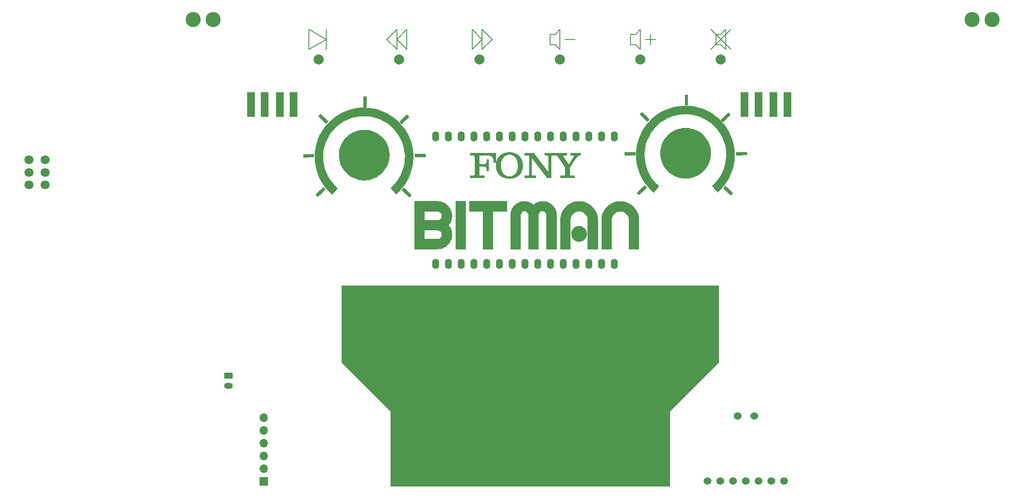
<source format=gbr>
%TF.GenerationSoftware,KiCad,Pcbnew,7.0.9*%
%TF.CreationDate,2024-02-01T20:29:03-08:00*%
%TF.ProjectId,DC32_Cnet_Badge_Main,44433332-5f43-46e6-9574-5f4261646765,rev?*%
%TF.SameCoordinates,Original*%
%TF.FileFunction,Soldermask,Top*%
%TF.FilePolarity,Negative*%
%FSLAX46Y46*%
G04 Gerber Fmt 4.6, Leading zero omitted, Abs format (unit mm)*
G04 Created by KiCad (PCBNEW 7.0.9) date 2024-02-01 20:29:03*
%MOMM*%
%LPD*%
G01*
G04 APERTURE LIST*
G04 Aperture macros list*
%AMRoundRect*
0 Rectangle with rounded corners*
0 $1 Rounding radius*
0 $2 $3 $4 $5 $6 $7 $8 $9 X,Y pos of 4 corners*
0 Add a 4 corners polygon primitive as box body*
4,1,4,$2,$3,$4,$5,$6,$7,$8,$9,$2,$3,0*
0 Add four circle primitives for the rounded corners*
1,1,$1+$1,$2,$3*
1,1,$1+$1,$4,$5*
1,1,$1+$1,$6,$7*
1,1,$1+$1,$8,$9*
0 Add four rect primitives between the rounded corners*
20,1,$1+$1,$2,$3,$4,$5,0*
20,1,$1+$1,$4,$5,$6,$7,0*
20,1,$1+$1,$6,$7,$8,$9,0*
20,1,$1+$1,$8,$9,$2,$3,0*%
G04 Aperture macros list end*
%ADD10C,0.150000*%
%ADD11C,0.010000*%
%ADD12C,1.800000*%
%ADD13R,1.500000X5.000000*%
%ADD14C,2.000000*%
%ADD15C,3.000000*%
%ADD16R,1.700000X1.700000*%
%ADD17O,1.700000X1.700000*%
%ADD18RoundRect,0.250000X-0.625000X0.350000X-0.625000X-0.350000X0.625000X-0.350000X0.625000X0.350000X0*%
%ADD19O,1.750000X1.200000*%
%ADD20O,1.400000X2.000000*%
%ADD21C,1.524000*%
G04 APERTURE END LIST*
D10*
X191000000Y-65000000D02*
X190000000Y-66000000D01*
X191000000Y-69000000D02*
X191000000Y-65000000D01*
X108000000Y-69000000D02*
X108000000Y-65000000D01*
X111500000Y-67000000D02*
X111500000Y-69000000D01*
X125500000Y-69000000D02*
X125500000Y-65000000D01*
X144500000Y-67000000D02*
X142500000Y-69000000D01*
X175000000Y-67000000D02*
X176000000Y-67000000D01*
X142500000Y-65000000D02*
X144500000Y-67000000D01*
X158000000Y-65000000D02*
X157000000Y-66000000D01*
X125500000Y-65000000D02*
X123500000Y-67000000D01*
X158000000Y-69000000D02*
X158000000Y-65000000D01*
X174000000Y-65000000D02*
X173000000Y-66000000D01*
X157000000Y-66000000D02*
X156000000Y-66000000D01*
X156000000Y-66000000D02*
X156000000Y-68000000D01*
X140500000Y-69000000D02*
X142500000Y-67000000D01*
X189000000Y-66000000D02*
X189000000Y-68000000D01*
X111500000Y-67000000D02*
X111500000Y-65000000D01*
X177000000Y-67000000D02*
X176000000Y-67000000D01*
X176000000Y-67000000D02*
X177000000Y-67000000D01*
X173000000Y-68000000D02*
X174000000Y-69000000D01*
X190000000Y-66000000D02*
X189000000Y-66000000D01*
X142500000Y-69000000D02*
X142500000Y-65000000D01*
X157000000Y-68000000D02*
X158000000Y-69000000D01*
X174000000Y-69000000D02*
X174000000Y-65000000D01*
X127500000Y-65000000D02*
X125500000Y-67000000D01*
X189000000Y-68000000D02*
X190000000Y-68000000D01*
X172000000Y-66000000D02*
X172000000Y-68000000D01*
X160000000Y-67000000D02*
X159000000Y-67000000D01*
X125500000Y-67000000D02*
X127500000Y-69000000D01*
X111500000Y-69000000D02*
X111500000Y-67000000D01*
X123500000Y-67000000D02*
X125500000Y-69000000D01*
X142500000Y-67000000D02*
X140500000Y-65000000D01*
X176000000Y-66000000D02*
X176000000Y-68000000D01*
X156000000Y-68000000D02*
X157000000Y-68000000D01*
X172000000Y-68000000D02*
X173000000Y-68000000D01*
X111500000Y-67000000D02*
X108000000Y-69000000D01*
X108000000Y-65000000D02*
X111500000Y-67000000D01*
X127500000Y-69000000D02*
X127500000Y-65000000D01*
X173000000Y-66000000D02*
X172000000Y-66000000D01*
X192000000Y-65000000D02*
X188000000Y-69000000D01*
X140500000Y-65000000D02*
X140500000Y-69000000D01*
X160000000Y-67000000D02*
X161000000Y-67000000D01*
X190000000Y-68000000D02*
X191000000Y-69000000D01*
X188000000Y-65000000D02*
X192000000Y-69000000D01*
G36*
X133753824Y-99233933D02*
G01*
X133898671Y-99244036D01*
X134040962Y-99260876D01*
X134180696Y-99284451D01*
X134317872Y-99314762D01*
X134452492Y-99351808D01*
X134584555Y-99395591D01*
X134714061Y-99446109D01*
X134841010Y-99503363D01*
X134965402Y-99567353D01*
X135087237Y-99638078D01*
X135206516Y-99715539D01*
X135323237Y-99799736D01*
X135437401Y-99890669D01*
X135549009Y-99988338D01*
X135658060Y-100092742D01*
X135762464Y-100201497D01*
X135860132Y-100312828D01*
X135951065Y-100426735D01*
X136035262Y-100543217D01*
X136112723Y-100662276D01*
X136183449Y-100783911D01*
X136247438Y-100908122D01*
X136304692Y-101034909D01*
X136355211Y-101164272D01*
X136398993Y-101296210D01*
X136436040Y-101430725D01*
X136466351Y-101567816D01*
X136489926Y-101707483D01*
X136506765Y-101849726D01*
X136516869Y-101994545D01*
X136520237Y-102141939D01*
X136517565Y-102288428D01*
X136509551Y-102430528D01*
X136496194Y-102568239D01*
X136477494Y-102701561D01*
X136453452Y-102830494D01*
X136424066Y-102955039D01*
X136389338Y-103075195D01*
X136349267Y-103190963D01*
X136303853Y-103302341D01*
X136253096Y-103409331D01*
X136196997Y-103511932D01*
X136135554Y-103610144D01*
X136068769Y-103703968D01*
X135996641Y-103793403D01*
X135919170Y-103878449D01*
X135836357Y-103959106D01*
X135919170Y-104054848D01*
X135996641Y-104154004D01*
X136068769Y-104256577D01*
X136135554Y-104362565D01*
X136196997Y-104471969D01*
X136253096Y-104584788D01*
X136303853Y-104701023D01*
X136349267Y-104820673D01*
X136389338Y-104943739D01*
X136424066Y-105070220D01*
X136453452Y-105200118D01*
X136477494Y-105333430D01*
X136496194Y-105470159D01*
X136509551Y-105610302D01*
X136517565Y-105753862D01*
X136520237Y-105900837D01*
X136516869Y-106048213D01*
X136506765Y-106192974D01*
X136489926Y-106335122D01*
X136466351Y-106474655D01*
X136436040Y-106611574D01*
X136398993Y-106745879D01*
X136355211Y-106877570D01*
X136304692Y-107006646D01*
X136247438Y-107133109D01*
X136183449Y-107256957D01*
X136112723Y-107378191D01*
X136035262Y-107496811D01*
X135951065Y-107612817D01*
X135860132Y-107726209D01*
X135762464Y-107836986D01*
X135658060Y-107945150D01*
X135549009Y-108048667D01*
X135437401Y-108145505D01*
X135323237Y-108235665D01*
X135206516Y-108319146D01*
X135087237Y-108395949D01*
X134965402Y-108466074D01*
X134841010Y-108529520D01*
X134714061Y-108586287D01*
X134584555Y-108636376D01*
X134452492Y-108679786D01*
X134317872Y-108716518D01*
X134180696Y-108746571D01*
X134040962Y-108769946D01*
X133898671Y-108786642D01*
X133753824Y-108796660D01*
X133606420Y-108800000D01*
X129000000Y-108800000D01*
X129000000Y-105041102D01*
X131051639Y-105041102D01*
X131051639Y-106748360D01*
X133606420Y-106748360D01*
X133715291Y-106742397D01*
X133819035Y-106724508D01*
X133917650Y-106694693D01*
X134011138Y-106652952D01*
X134099497Y-106599286D01*
X134182728Y-106533693D01*
X134214584Y-106504117D01*
X134287762Y-106424344D01*
X134348536Y-106339205D01*
X134396908Y-106248699D01*
X134432876Y-106152827D01*
X134456442Y-106051588D01*
X134467605Y-105944982D01*
X134468597Y-105900837D01*
X134462395Y-105792669D01*
X134443791Y-105689510D01*
X134412784Y-105591359D01*
X134369373Y-105498218D01*
X134313560Y-105410085D01*
X134245344Y-105326962D01*
X134214584Y-105295115D01*
X134133405Y-105221937D01*
X134047097Y-105161163D01*
X133955661Y-105112791D01*
X133859096Y-105076823D01*
X133757404Y-105053257D01*
X133650584Y-105042094D01*
X133606420Y-105041102D01*
X131051639Y-105041102D01*
X129000000Y-105041102D01*
X129000000Y-101279762D01*
X131051639Y-101279762D01*
X131051639Y-102989462D01*
X133606420Y-102989462D01*
X133715291Y-102983440D01*
X133819035Y-102965372D01*
X133917650Y-102935259D01*
X134011138Y-102893101D01*
X134099497Y-102838897D01*
X134182728Y-102772649D01*
X134214584Y-102742777D01*
X134287762Y-102663064D01*
X134348536Y-102578104D01*
X134396908Y-102487896D01*
X134432876Y-102392441D01*
X134456442Y-102291739D01*
X134467605Y-102185789D01*
X134468597Y-102141939D01*
X134462395Y-102033068D01*
X134443791Y-101929324D01*
X134412784Y-101830709D01*
X134369373Y-101737221D01*
X134313560Y-101648862D01*
X134245344Y-101565631D01*
X134214584Y-101533775D01*
X134133405Y-101460597D01*
X134047097Y-101399823D01*
X133955661Y-101351451D01*
X133859096Y-101315483D01*
X133757404Y-101291917D01*
X133650584Y-101280754D01*
X133606420Y-101279762D01*
X131051639Y-101279762D01*
X129000000Y-101279762D01*
X129000000Y-99230565D01*
X133606420Y-99230565D01*
X133753824Y-99233933D01*
G37*
G36*
X137196789Y-99230565D02*
G01*
X139248429Y-99230565D01*
X139248429Y-108800000D01*
X137196789Y-108800000D01*
X137196789Y-99230565D01*
G37*
G36*
X139932309Y-99230565D02*
G01*
X147452547Y-99230565D01*
X147452547Y-101279762D01*
X144717027Y-101279762D01*
X144717027Y-108800000D01*
X142667829Y-108800000D01*
X142667829Y-101279762D01*
X139932309Y-101279762D01*
X139932309Y-99230565D01*
G37*
G36*
X150180739Y-108800000D02*
G01*
X148129099Y-108800000D01*
X148129099Y-101963642D01*
X148132219Y-101824739D01*
X148141579Y-101688297D01*
X148157178Y-101554316D01*
X148179016Y-101422797D01*
X148207095Y-101293739D01*
X148241413Y-101167143D01*
X148281971Y-101043009D01*
X148328768Y-100921336D01*
X148381805Y-100802124D01*
X148441081Y-100685374D01*
X148506598Y-100571086D01*
X148578353Y-100459259D01*
X148656349Y-100349893D01*
X148740584Y-100242990D01*
X148831059Y-100138547D01*
X148927773Y-100036566D01*
X149029220Y-99938964D01*
X149133281Y-99847660D01*
X149239956Y-99762652D01*
X149349245Y-99683941D01*
X149461148Y-99611526D01*
X149575666Y-99545409D01*
X149692797Y-99485589D01*
X149812543Y-99432065D01*
X149934903Y-99384838D01*
X150059877Y-99343909D01*
X150187465Y-99309276D01*
X150317668Y-99280940D01*
X150450484Y-99258901D01*
X150585915Y-99243159D01*
X150723960Y-99233713D01*
X150864619Y-99230565D01*
X151003198Y-99233236D01*
X151138667Y-99241250D01*
X151271026Y-99254607D01*
X151400274Y-99273307D01*
X151526412Y-99297350D01*
X151649440Y-99326735D01*
X151769358Y-99361464D01*
X151886165Y-99401535D01*
X151999862Y-99446949D01*
X152110449Y-99497705D01*
X152217925Y-99553805D01*
X152322291Y-99615247D01*
X152423547Y-99682032D01*
X152521692Y-99754160D01*
X152616728Y-99831631D01*
X152708653Y-99914445D01*
X152807437Y-99831631D01*
X152909008Y-99754160D01*
X153013365Y-99682032D01*
X153120507Y-99615247D01*
X153230436Y-99553805D01*
X153343150Y-99497705D01*
X153458650Y-99446949D01*
X153576936Y-99401535D01*
X153698008Y-99361464D01*
X153821866Y-99326735D01*
X153948510Y-99297350D01*
X154077939Y-99273307D01*
X154210155Y-99254607D01*
X154345156Y-99241250D01*
X154482943Y-99233236D01*
X154623517Y-99230565D01*
X154762420Y-99233713D01*
X154898862Y-99243159D01*
X155032843Y-99258901D01*
X155164362Y-99280940D01*
X155293419Y-99309276D01*
X155420015Y-99343909D01*
X155544150Y-99384838D01*
X155665823Y-99432065D01*
X155785034Y-99485589D01*
X155901784Y-99545409D01*
X156016073Y-99611526D01*
X156127900Y-99683941D01*
X156237265Y-99762652D01*
X156344169Y-99847660D01*
X156448612Y-99938964D01*
X156550593Y-100036566D01*
X156648194Y-100138547D01*
X156739499Y-100242990D01*
X156824507Y-100349893D01*
X156903218Y-100459259D01*
X156975632Y-100571086D01*
X157041750Y-100685374D01*
X157101570Y-100802124D01*
X157155094Y-100921336D01*
X157202320Y-101043009D01*
X157243250Y-101167143D01*
X157277883Y-101293739D01*
X157306219Y-101422797D01*
X157328258Y-101554316D01*
X157344000Y-101688297D01*
X157353446Y-101824739D01*
X157356594Y-101963642D01*
X157356594Y-108800000D01*
X155280530Y-108800000D01*
X155280530Y-101963642D01*
X155272287Y-101853647D01*
X155247557Y-101748976D01*
X155206341Y-101649628D01*
X155148639Y-101555604D01*
X155074450Y-101466904D01*
X155046057Y-101438520D01*
X154971579Y-101373083D01*
X154877012Y-101309198D01*
X154776777Y-101261284D01*
X154670874Y-101229342D01*
X154559305Y-101213371D01*
X154501395Y-101211374D01*
X154401039Y-101216920D01*
X154287695Y-101238215D01*
X154182079Y-101275481D01*
X154084191Y-101328718D01*
X153994031Y-101397927D01*
X153951849Y-101438520D01*
X153877975Y-101525446D01*
X153819385Y-101617695D01*
X153776080Y-101715268D01*
X153748059Y-101818165D01*
X153735322Y-101926386D01*
X153734473Y-101963642D01*
X153734473Y-108800000D01*
X151682833Y-108800000D01*
X151682833Y-101963642D01*
X151675105Y-101853647D01*
X151651921Y-101748976D01*
X151613281Y-101649628D01*
X151559185Y-101555604D01*
X151489633Y-101466904D01*
X151463014Y-101438520D01*
X151378149Y-101361326D01*
X151286587Y-101300103D01*
X151188327Y-101254851D01*
X151083369Y-101225571D01*
X150971714Y-101212262D01*
X150933007Y-101211374D01*
X150822182Y-101219360D01*
X150716852Y-101243317D01*
X150617018Y-101283245D01*
X150522679Y-101339144D01*
X150433836Y-101411014D01*
X150405443Y-101438520D01*
X150329079Y-101525446D01*
X150268514Y-101617695D01*
X150223749Y-101715268D01*
X150194783Y-101818165D01*
X150181617Y-101926386D01*
X150180739Y-101963642D01*
X150180739Y-108800000D01*
G37*
G36*
X165555826Y-108800000D02*
G01*
X163504187Y-108800000D01*
X163504187Y-102989462D01*
X163499786Y-102860619D01*
X163486584Y-102735125D01*
X163464581Y-102612980D01*
X163433776Y-102494183D01*
X163394170Y-102378736D01*
X163345763Y-102266637D01*
X163288554Y-102157887D01*
X163222544Y-102052486D01*
X163147733Y-101950433D01*
X163064120Y-101851729D01*
X163003489Y-101787787D01*
X162908198Y-101696998D01*
X162809173Y-101615138D01*
X162706412Y-101542209D01*
X162599916Y-101478210D01*
X162489684Y-101423140D01*
X162375718Y-101377001D01*
X162258016Y-101339793D01*
X162136579Y-101311514D01*
X162011407Y-101292165D01*
X161882500Y-101281747D01*
X161794487Y-101279762D01*
X161665644Y-101284227D01*
X161540150Y-101297622D01*
X161418004Y-101319948D01*
X161299208Y-101351203D01*
X161183760Y-101391389D01*
X161071661Y-101440505D01*
X160962911Y-101498550D01*
X160857510Y-101565526D01*
X160755457Y-101641432D01*
X160656754Y-101726269D01*
X160592812Y-101787787D01*
X160502459Y-101884259D01*
X160420993Y-101984078D01*
X160348414Y-102087247D01*
X160284722Y-102193765D01*
X160229918Y-102303631D01*
X160184001Y-102416846D01*
X160146971Y-102533410D01*
X160118828Y-102653323D01*
X160099572Y-102776584D01*
X160089204Y-102903195D01*
X160087229Y-102989462D01*
X160087229Y-108800000D01*
X158035589Y-108800000D01*
X158035589Y-102989462D01*
X158039911Y-102797922D01*
X158052877Y-102609817D01*
X158074487Y-102425147D01*
X158104740Y-102243911D01*
X158143638Y-102066110D01*
X158191179Y-101891743D01*
X158247365Y-101720811D01*
X158312194Y-101553314D01*
X158385667Y-101389252D01*
X158467785Y-101228624D01*
X158558546Y-101071431D01*
X158657950Y-100917672D01*
X158765999Y-100767348D01*
X158882692Y-100620459D01*
X159008029Y-100477005D01*
X159142009Y-100336985D01*
X159282315Y-100203004D01*
X159426018Y-100077668D01*
X159573117Y-99960975D01*
X159723613Y-99852926D01*
X159877505Y-99753521D01*
X160034793Y-99662760D01*
X160195478Y-99580643D01*
X160359560Y-99507170D01*
X160527038Y-99442340D01*
X160697913Y-99386155D01*
X160872184Y-99338614D01*
X161049851Y-99299716D01*
X161230915Y-99269462D01*
X161415376Y-99247853D01*
X161603233Y-99234887D01*
X161794487Y-99230565D01*
X161987486Y-99234887D01*
X162176917Y-99247853D01*
X162362781Y-99269462D01*
X162545075Y-99299716D01*
X162723802Y-99338614D01*
X162898960Y-99386155D01*
X163070551Y-99442340D01*
X163238572Y-99507170D01*
X163403026Y-99580643D01*
X163563912Y-99662760D01*
X163721229Y-99753521D01*
X163874978Y-99852926D01*
X164025158Y-99960975D01*
X164171771Y-100077668D01*
X164314815Y-100203004D01*
X164454291Y-100336985D01*
X164587680Y-100477005D01*
X164712464Y-100620459D01*
X164828641Y-100767348D01*
X164936213Y-100917672D01*
X165035179Y-101071431D01*
X165125539Y-101228624D01*
X165207294Y-101389252D01*
X165280443Y-101553314D01*
X165344986Y-101720811D01*
X165400923Y-101891743D01*
X165448255Y-102066110D01*
X165486980Y-102243911D01*
X165517101Y-102425147D01*
X165538615Y-102609817D01*
X165551524Y-102797922D01*
X165555826Y-102989462D01*
X165555826Y-108800000D01*
G37*
G36*
X160224005Y-105724982D02*
G01*
X160228019Y-105605670D01*
X160240062Y-105489536D01*
X160260133Y-105376578D01*
X160288233Y-105266798D01*
X160324362Y-105160194D01*
X160368519Y-105056768D01*
X160420704Y-104956519D01*
X160480918Y-104859446D01*
X160549161Y-104765551D01*
X160625432Y-104674833D01*
X160680739Y-104616120D01*
X160768552Y-104533187D01*
X160859800Y-104458411D01*
X160954482Y-104391793D01*
X161052599Y-104333332D01*
X161154151Y-104283029D01*
X161259137Y-104240882D01*
X161367558Y-104206893D01*
X161479413Y-104181062D01*
X161594704Y-104163388D01*
X161713428Y-104153871D01*
X161794487Y-104152058D01*
X161913362Y-104156137D01*
X162029103Y-104168373D01*
X162141710Y-104188766D01*
X162251183Y-104217317D01*
X162357521Y-104254025D01*
X162460726Y-104298890D01*
X162560796Y-104351913D01*
X162657732Y-104413093D01*
X162751535Y-104482430D01*
X162842203Y-104559925D01*
X162900907Y-104616120D01*
X162984276Y-104704720D01*
X163059445Y-104796497D01*
X163126414Y-104891451D01*
X163185182Y-104989582D01*
X163235751Y-105090890D01*
X163278119Y-105195376D01*
X163312287Y-105303038D01*
X163338254Y-105413878D01*
X163356021Y-105527894D01*
X163365588Y-105645088D01*
X163367411Y-105724982D01*
X163363310Y-105845997D01*
X163351010Y-105963577D01*
X163330509Y-106077722D01*
X163301808Y-106188433D01*
X163264907Y-106295709D01*
X163219806Y-106399550D01*
X163166504Y-106499957D01*
X163105002Y-106596929D01*
X163035300Y-106690466D01*
X162957397Y-106780569D01*
X162900907Y-106838729D01*
X162812328Y-106920353D01*
X162720615Y-106993948D01*
X162625769Y-107059514D01*
X162527788Y-107117052D01*
X162426672Y-107166561D01*
X162322423Y-107208042D01*
X162215040Y-107241494D01*
X162104522Y-107266918D01*
X161990871Y-107284313D01*
X161874085Y-107293679D01*
X161794487Y-107295464D01*
X161673472Y-107291449D01*
X161555892Y-107279407D01*
X161441746Y-107259335D01*
X161331036Y-107231235D01*
X161223760Y-107195107D01*
X161119918Y-107150950D01*
X161019512Y-107098765D01*
X160922540Y-107038551D01*
X160829002Y-106970308D01*
X160738900Y-106894037D01*
X160680739Y-106838729D01*
X160599116Y-106750917D01*
X160525521Y-106659669D01*
X160459955Y-106564987D01*
X160402417Y-106466870D01*
X160352908Y-106365318D01*
X160311427Y-106260332D01*
X160277975Y-106151911D01*
X160252551Y-106040055D01*
X160235156Y-105924765D01*
X160225789Y-105806040D01*
X160224005Y-105724982D01*
G37*
G36*
X173752616Y-108800000D02*
G01*
X171700976Y-108800000D01*
X171700976Y-102989462D01*
X171696576Y-102860619D01*
X171683374Y-102735125D01*
X171661370Y-102612980D01*
X171630566Y-102494183D01*
X171590960Y-102378736D01*
X171542553Y-102266637D01*
X171485344Y-102157887D01*
X171419334Y-102052486D01*
X171344523Y-101950433D01*
X171260910Y-101851729D01*
X171200279Y-101787787D01*
X171104988Y-101696998D01*
X171005962Y-101615138D01*
X170903202Y-101542209D01*
X170796705Y-101478210D01*
X170686474Y-101423140D01*
X170572508Y-101377001D01*
X170454806Y-101339793D01*
X170333369Y-101311514D01*
X170208197Y-101292165D01*
X170079290Y-101281747D01*
X169991277Y-101279762D01*
X169862434Y-101284227D01*
X169736940Y-101297622D01*
X169614794Y-101319948D01*
X169495998Y-101351203D01*
X169380550Y-101391389D01*
X169268451Y-101440505D01*
X169159701Y-101498550D01*
X169054300Y-101565526D01*
X168952247Y-101641432D01*
X168853544Y-101726269D01*
X168789602Y-101787787D01*
X168699249Y-101884259D01*
X168617783Y-101984078D01*
X168545204Y-102087247D01*
X168481512Y-102193765D01*
X168426708Y-102303631D01*
X168380791Y-102416846D01*
X168343761Y-102533410D01*
X168315618Y-102653323D01*
X168296362Y-102776584D01*
X168285994Y-102903195D01*
X168284019Y-102989462D01*
X168284019Y-108800000D01*
X166232379Y-108800000D01*
X166232379Y-102989462D01*
X166236701Y-102797922D01*
X166249667Y-102609817D01*
X166271277Y-102425147D01*
X166301530Y-102243911D01*
X166340428Y-102066110D01*
X166387969Y-101891743D01*
X166444155Y-101720811D01*
X166508984Y-101553314D01*
X166582457Y-101389252D01*
X166664574Y-101228624D01*
X166755335Y-101071431D01*
X166854740Y-100917672D01*
X166962789Y-100767348D01*
X167079482Y-100620459D01*
X167204819Y-100477005D01*
X167338799Y-100336985D01*
X167479105Y-100203004D01*
X167622808Y-100077668D01*
X167769907Y-99960975D01*
X167920403Y-99852926D01*
X168074295Y-99753521D01*
X168231583Y-99662760D01*
X168392268Y-99580643D01*
X168556350Y-99507170D01*
X168723828Y-99442340D01*
X168894702Y-99386155D01*
X169068974Y-99338614D01*
X169246641Y-99299716D01*
X169427705Y-99269462D01*
X169612166Y-99247853D01*
X169800023Y-99234887D01*
X169991277Y-99230565D01*
X170184276Y-99234887D01*
X170373707Y-99247853D01*
X170559570Y-99269462D01*
X170741865Y-99299716D01*
X170920592Y-99338614D01*
X171095750Y-99386155D01*
X171267340Y-99442340D01*
X171435362Y-99507170D01*
X171599816Y-99580643D01*
X171760701Y-99662760D01*
X171918019Y-99753521D01*
X172071768Y-99852926D01*
X172221948Y-99960975D01*
X172368561Y-100077668D01*
X172511605Y-100203004D01*
X172651081Y-100336985D01*
X172784470Y-100477005D01*
X172909253Y-100620459D01*
X173025431Y-100767348D01*
X173133003Y-100917672D01*
X173231969Y-101071431D01*
X173322329Y-101228624D01*
X173404084Y-101389252D01*
X173477233Y-101553314D01*
X173541776Y-101720811D01*
X173597713Y-101891743D01*
X173645045Y-102066110D01*
X173683770Y-102243911D01*
X173713891Y-102425147D01*
X173735405Y-102609817D01*
X173748314Y-102797922D01*
X173752616Y-102989462D01*
X173752616Y-108800000D01*
G37*
G36*
X140069609Y-90127843D02*
G01*
X140664340Y-90127843D01*
X140715020Y-90127843D01*
X140733949Y-90127843D01*
X140792434Y-90135088D01*
X140841959Y-90145231D01*
X140895265Y-90165267D01*
X140935549Y-90195263D01*
X140964469Y-90237967D01*
X140983686Y-90296127D01*
X140992731Y-90351544D01*
X140997951Y-90418359D01*
X140999653Y-90469807D01*
X141000174Y-90527180D01*
X141000174Y-93481297D01*
X141000174Y-93734089D01*
X140999733Y-93791260D01*
X140998252Y-93842557D01*
X140993552Y-93909223D01*
X140985162Y-93964563D01*
X140966836Y-94022693D01*
X140938591Y-94065394D01*
X140898512Y-94095360D01*
X140844680Y-94115278D01*
X140794126Y-94125243D01*
X140733949Y-94132205D01*
X140683270Y-94138119D01*
X140664340Y-94139532D01*
X140076936Y-94139532D01*
X140076936Y-94650000D01*
X142946789Y-94650000D01*
X142946789Y-94139532D01*
X142414340Y-94139532D01*
X142364308Y-94134850D01*
X142330076Y-94132205D01*
X142271784Y-94127921D01*
X142219859Y-94122611D01*
X142153122Y-94111915D01*
X142098688Y-94096835D01*
X142043148Y-94067761D01*
X142004446Y-94025735D01*
X141979704Y-93967810D01*
X141968578Y-93912158D01*
X141962474Y-93844661D01*
X141960595Y-93792468D01*
X141960048Y-93734089D01*
X141960048Y-92348011D01*
X142708653Y-92348011D01*
X142799477Y-92350009D01*
X142882950Y-92356156D01*
X142959279Y-92366679D01*
X143028668Y-92381804D01*
X143091324Y-92401759D01*
X143147453Y-92426772D01*
X143197259Y-92457069D01*
X143240949Y-92492877D01*
X143278729Y-92534424D01*
X143310804Y-92581938D01*
X143337380Y-92635644D01*
X143358663Y-92695771D01*
X143374858Y-92762545D01*
X143386171Y-92836193D01*
X143392808Y-92916944D01*
X143394975Y-93005024D01*
X143394975Y-93243161D01*
X143843161Y-93243161D01*
X143843161Y-90926517D01*
X143380321Y-90926517D01*
X143380321Y-91178087D01*
X143380072Y-91228512D01*
X143378336Y-91279234D01*
X143374214Y-91325854D01*
X143363401Y-91397359D01*
X143349528Y-91462721D01*
X143332285Y-91522151D01*
X143311360Y-91575860D01*
X143286443Y-91624059D01*
X143257221Y-91666960D01*
X143223384Y-91704772D01*
X143184621Y-91737709D01*
X143140620Y-91765980D01*
X143091069Y-91789797D01*
X143035658Y-91809370D01*
X142974076Y-91824911D01*
X142906011Y-91836631D01*
X142831151Y-91844742D01*
X142749186Y-91849453D01*
X142659804Y-91850976D01*
X141960048Y-91850976D01*
X141960048Y-90127843D01*
X143479239Y-90127843D01*
X143558940Y-90128567D01*
X143635508Y-90130761D01*
X143709003Y-90134453D01*
X143779481Y-90139676D01*
X143847003Y-90146460D01*
X143911626Y-90154835D01*
X143973409Y-90164832D01*
X144032411Y-90176482D01*
X144088690Y-90189815D01*
X144142305Y-90204862D01*
X144193315Y-90221654D01*
X144241777Y-90240221D01*
X144287752Y-90260594D01*
X144331296Y-90282804D01*
X144411331Y-90332855D01*
X144482349Y-90390619D01*
X144544820Y-90456343D01*
X144599212Y-90530270D01*
X144645995Y-90612646D01*
X144666679Y-90657079D01*
X144685636Y-90703716D01*
X144702925Y-90752588D01*
X144718604Y-90803726D01*
X144732733Y-90857159D01*
X144745369Y-90912919D01*
X144756571Y-90971036D01*
X144766399Y-91031542D01*
X144774814Y-91081133D01*
X144781623Y-91136413D01*
X144785656Y-91191522D01*
X144787087Y-91240681D01*
X144787159Y-91255024D01*
X144794487Y-91584752D01*
X145270760Y-91584752D01*
X145270760Y-89610048D01*
X140069609Y-89610048D01*
X140069609Y-90127843D01*
G37*
G36*
X148080624Y-89474010D02*
G01*
X148229637Y-89483474D01*
X148375071Y-89499110D01*
X148516836Y-89520804D01*
X148654841Y-89548445D01*
X148788997Y-89581920D01*
X148919213Y-89621115D01*
X149045400Y-89665919D01*
X149167467Y-89716218D01*
X149285323Y-89771900D01*
X149398880Y-89832852D01*
X149508047Y-89898961D01*
X149612733Y-89970115D01*
X149712849Y-90046201D01*
X149808305Y-90127106D01*
X149899009Y-90212718D01*
X149984874Y-90302923D01*
X150065807Y-90397610D01*
X150141719Y-90496665D01*
X150212520Y-90599976D01*
X150278120Y-90707430D01*
X150338429Y-90818914D01*
X150393357Y-90934317D01*
X150442812Y-91053524D01*
X150486706Y-91176423D01*
X150524949Y-91302902D01*
X150557449Y-91432847D01*
X150584118Y-91566147D01*
X150604864Y-91702689D01*
X150619598Y-91842359D01*
X150628230Y-91985045D01*
X150630669Y-92130635D01*
X150626258Y-92274833D01*
X150615828Y-92416098D01*
X150599466Y-92554320D01*
X150577256Y-92689393D01*
X150549284Y-92821208D01*
X150515635Y-92949657D01*
X150476395Y-93074634D01*
X150431650Y-93196029D01*
X150381484Y-93313736D01*
X150325983Y-93427647D01*
X150265233Y-93537653D01*
X150199318Y-93643647D01*
X150128325Y-93745522D01*
X150052339Y-93843169D01*
X149971445Y-93936480D01*
X149885729Y-94025348D01*
X149795275Y-94109666D01*
X149700170Y-94189324D01*
X149600499Y-94264217D01*
X149496347Y-94334235D01*
X149387800Y-94399270D01*
X149274943Y-94459216D01*
X149157862Y-94513965D01*
X149036641Y-94563408D01*
X148911367Y-94607438D01*
X148782125Y-94645946D01*
X148649000Y-94678827D01*
X148512077Y-94705970D01*
X148371443Y-94727270D01*
X148227182Y-94742617D01*
X148079380Y-94751904D01*
X147928122Y-94755024D01*
X147775624Y-94751844D01*
X147626621Y-94742380D01*
X147481203Y-94726744D01*
X147339459Y-94705050D01*
X147201479Y-94677409D01*
X147067352Y-94643934D01*
X146937168Y-94604739D01*
X146811017Y-94559935D01*
X146688986Y-94509636D01*
X146571167Y-94453954D01*
X146457649Y-94393002D01*
X146348520Y-94326893D01*
X146243871Y-94255739D01*
X146143790Y-94179653D01*
X146048368Y-94098748D01*
X145957693Y-94013136D01*
X145871856Y-93922931D01*
X145790945Y-93828244D01*
X145715050Y-93729189D01*
X145644261Y-93625878D01*
X145578667Y-93518424D01*
X145518357Y-93406939D01*
X145463420Y-93291537D01*
X145413948Y-93172330D01*
X145370027Y-93049431D01*
X145331749Y-92922952D01*
X145299203Y-92793006D01*
X145272477Y-92659707D01*
X145251663Y-92523165D01*
X145236848Y-92383495D01*
X145228122Y-92240809D01*
X145226589Y-92153181D01*
X146241389Y-92153181D01*
X146242048Y-92210298D01*
X146243600Y-92266581D01*
X146246038Y-92322043D01*
X146249358Y-92376698D01*
X146253556Y-92430558D01*
X146258625Y-92483636D01*
X146264561Y-92535944D01*
X146271360Y-92587496D01*
X146279016Y-92638303D01*
X146287525Y-92688380D01*
X146296881Y-92737738D01*
X146307079Y-92786390D01*
X146318115Y-92834349D01*
X146342681Y-92928240D01*
X146370538Y-93019512D01*
X146401647Y-93108267D01*
X146435970Y-93194606D01*
X146473465Y-93278633D01*
X146514095Y-93360449D01*
X146557820Y-93440155D01*
X146604600Y-93517855D01*
X146654396Y-93593649D01*
X146715360Y-93676943D01*
X146779940Y-93754864D01*
X146847895Y-93827410D01*
X146918982Y-93894583D01*
X146992961Y-93956382D01*
X147069591Y-94012807D01*
X147148629Y-94063858D01*
X147229836Y-94109536D01*
X147312969Y-94149840D01*
X147397788Y-94184769D01*
X147484050Y-94214325D01*
X147571516Y-94238508D01*
X147659943Y-94257316D01*
X147749090Y-94270750D01*
X147838716Y-94278811D01*
X147928580Y-94281498D01*
X148018441Y-94278811D01*
X148108056Y-94270750D01*
X148197186Y-94257316D01*
X148285587Y-94238508D01*
X148373021Y-94214325D01*
X148459244Y-94184769D01*
X148544016Y-94149840D01*
X148627096Y-94109536D01*
X148708242Y-94063858D01*
X148787212Y-94012807D01*
X148863767Y-93956382D01*
X148937663Y-93894583D01*
X149008661Y-93827410D01*
X149076519Y-93754864D01*
X149140995Y-93676943D01*
X149201849Y-93593649D01*
X149251645Y-93517855D01*
X149298427Y-93440155D01*
X149342158Y-93360449D01*
X149382798Y-93278633D01*
X149420312Y-93194606D01*
X149454662Y-93108267D01*
X149485809Y-93019512D01*
X149513716Y-92928240D01*
X149538347Y-92834349D01*
X149549421Y-92786390D01*
X149559662Y-92737738D01*
X149569065Y-92688380D01*
X149577625Y-92638303D01*
X149585338Y-92587496D01*
X149592198Y-92535944D01*
X149598202Y-92483636D01*
X149603344Y-92430558D01*
X149607620Y-92376698D01*
X149611025Y-92322043D01*
X149613554Y-92266581D01*
X149615203Y-92210298D01*
X149615966Y-92153181D01*
X149615840Y-92095219D01*
X149612936Y-91969575D01*
X149605674Y-91847291D01*
X149594169Y-91728411D01*
X149578534Y-91612973D01*
X149558884Y-91501021D01*
X149535332Y-91392594D01*
X149507995Y-91287735D01*
X149476985Y-91186483D01*
X149442416Y-91088881D01*
X149404404Y-90994970D01*
X149363063Y-90904790D01*
X149318506Y-90818383D01*
X149270848Y-90735789D01*
X149220203Y-90657051D01*
X149166686Y-90582209D01*
X149110410Y-90511304D01*
X149051491Y-90444378D01*
X148990042Y-90381472D01*
X148926177Y-90322626D01*
X148860011Y-90267882D01*
X148791659Y-90217281D01*
X148721233Y-90170865D01*
X148648850Y-90128674D01*
X148574622Y-90090749D01*
X148498664Y-90057132D01*
X148421091Y-90027863D01*
X148342016Y-90002985D01*
X148261554Y-89982538D01*
X148179820Y-89966563D01*
X148096927Y-89955101D01*
X148012990Y-89948194D01*
X147928122Y-89945882D01*
X147843255Y-89948194D01*
X147759318Y-89955101D01*
X147676426Y-89966563D01*
X147594693Y-89982538D01*
X147514233Y-90002985D01*
X147435162Y-90027863D01*
X147357593Y-90057132D01*
X147281642Y-90090749D01*
X147207422Y-90128674D01*
X147135049Y-90170865D01*
X147064636Y-90217281D01*
X146996298Y-90267882D01*
X146930149Y-90322626D01*
X146866305Y-90381472D01*
X146804880Y-90444378D01*
X146745987Y-90511304D01*
X146689742Y-90582209D01*
X146636259Y-90657051D01*
X146585652Y-90735789D01*
X146538037Y-90818383D01*
X146493527Y-90904790D01*
X146452237Y-90994970D01*
X146414282Y-91088881D01*
X146379775Y-91186483D01*
X146348832Y-91287735D01*
X146321567Y-91392594D01*
X146298095Y-91501021D01*
X146278529Y-91612973D01*
X146262985Y-91728411D01*
X146251576Y-91847291D01*
X146244419Y-91969575D01*
X146241625Y-92095219D01*
X146241389Y-92153181D01*
X145226589Y-92153181D01*
X145225575Y-92095219D01*
X145229345Y-91951021D01*
X145239222Y-91809756D01*
X145255116Y-91671534D01*
X145276935Y-91536461D01*
X145304591Y-91404646D01*
X145337993Y-91276197D01*
X145377052Y-91151220D01*
X145421676Y-91029824D01*
X145471775Y-90912117D01*
X145527261Y-90798207D01*
X145588042Y-90688201D01*
X145654028Y-90582206D01*
X145725130Y-90480332D01*
X145801257Y-90382685D01*
X145882319Y-90289374D01*
X145968226Y-90200505D01*
X146058888Y-90116188D01*
X146154215Y-90036529D01*
X146254116Y-89961637D01*
X146358502Y-89891619D01*
X146467282Y-89826583D01*
X146580367Y-89766637D01*
X146697665Y-89711889D01*
X146819088Y-89662446D01*
X146944545Y-89618416D01*
X147073945Y-89579907D01*
X147207200Y-89547027D01*
X147344217Y-89519884D01*
X147484909Y-89498584D01*
X147629183Y-89483237D01*
X147776951Y-89473950D01*
X147928122Y-89470830D01*
X148080624Y-89474010D01*
G37*
G36*
X150909106Y-94650000D02*
G01*
X153233077Y-94650000D01*
X153233077Y-94139532D01*
X152644452Y-94139532D01*
X152593613Y-94137680D01*
X152537886Y-94128166D01*
X152485556Y-94101407D01*
X152449817Y-94053540D01*
X152431256Y-93996741D01*
X152422229Y-93941695D01*
X152416711Y-93874800D01*
X152414679Y-93823095D01*
X152413750Y-93765337D01*
X152413642Y-93734089D01*
X152413642Y-90646859D01*
X155431263Y-94650000D01*
X156264131Y-94650000D01*
X156264131Y-90527180D01*
X156265664Y-90477149D01*
X156271458Y-90442916D01*
X156274037Y-90389803D01*
X156278557Y-90321614D01*
X156284681Y-90266088D01*
X156296939Y-90209595D01*
X156321916Y-90163003D01*
X156371694Y-90134691D01*
X156420303Y-90127913D01*
X156483808Y-90127357D01*
X156502267Y-90127843D01*
X157062805Y-90127843D01*
X157062805Y-89610048D01*
X154962316Y-89610048D01*
X154962316Y-90127843D01*
X155549720Y-90127843D01*
X155600236Y-90135239D01*
X155626657Y-90142498D01*
X155667157Y-90173884D01*
X155694778Y-90219849D01*
X155707600Y-90271627D01*
X155710921Y-90303698D01*
X155718248Y-90442916D01*
X155718248Y-90527180D01*
X155718248Y-93432449D01*
X152841067Y-89610048D01*
X150916434Y-89610048D01*
X150916434Y-90127843D01*
X151545359Y-90127843D01*
X151580774Y-90127843D01*
X151642180Y-90136353D01*
X151693096Y-90146975D01*
X151746343Y-90166743D01*
X151792615Y-90204925D01*
X151816210Y-90250122D01*
X151830371Y-90311784D01*
X151836186Y-90370747D01*
X151838962Y-90442099D01*
X151839605Y-90497212D01*
X151839672Y-90527180D01*
X151839672Y-93734089D01*
X151839672Y-93786102D01*
X151839672Y-93837238D01*
X151839672Y-93852547D01*
X151834890Y-93912955D01*
X151827825Y-93964739D01*
X151814131Y-94021383D01*
X151788757Y-94074208D01*
X151752410Y-94109586D01*
X151703160Y-94130228D01*
X151653174Y-94137953D01*
X151608862Y-94139532D01*
X150909106Y-94139532D01*
X150909106Y-94650000D01*
G37*
G36*
X156921144Y-90127843D02*
G01*
X157103105Y-90127843D01*
X157151953Y-90127843D01*
X157218538Y-90136849D01*
X157277748Y-90148754D01*
X157331034Y-90164592D01*
X157379843Y-90185395D01*
X157425626Y-90212195D01*
X157469832Y-90246025D01*
X157513908Y-90287917D01*
X157559305Y-90338903D01*
X157591018Y-90378457D01*
X157624392Y-90422817D01*
X157659855Y-90472289D01*
X157697836Y-90527180D01*
X159014305Y-92507990D01*
X159014305Y-93467864D01*
X159014305Y-93734089D01*
X159013914Y-93793675D01*
X159012495Y-93846765D01*
X159007627Y-93915093D01*
X158998362Y-93971057D01*
X158977008Y-94028778D01*
X158942652Y-94070128D01*
X158892333Y-94098311D01*
X158842334Y-94112737D01*
X158780440Y-94122912D01*
X158705401Y-94130189D01*
X158677250Y-94132205D01*
X158628803Y-94139308D01*
X158607641Y-94139532D01*
X158075191Y-94139532D01*
X158075191Y-94650000D01*
X160890090Y-94650000D01*
X160890090Y-94139532D01*
X160357641Y-94139532D01*
X160307609Y-94134850D01*
X160273377Y-94132205D01*
X160223835Y-94128002D01*
X160159860Y-94119909D01*
X160107311Y-94108467D01*
X160053108Y-94085665D01*
X160014632Y-94051299D01*
X159989266Y-94002164D01*
X159977268Y-93953693D01*
X159970067Y-93893758D01*
X159966556Y-93821007D01*
X159965720Y-93764719D01*
X159965631Y-93734089D01*
X159965631Y-92536078D01*
X161310188Y-90527180D01*
X161338135Y-90484950D01*
X161369585Y-90443078D01*
X161379797Y-90429483D01*
X161414255Y-90384368D01*
X161446804Y-90343681D01*
X161492569Y-90290494D01*
X161535378Y-90246091D01*
X161576034Y-90209766D01*
X161628279Y-90172678D01*
X161680027Y-90147022D01*
X161733182Y-90131122D01*
X161789645Y-90123304D01*
X161835310Y-90121737D01*
X161897592Y-90127843D01*
X162086880Y-90127843D01*
X162086880Y-89610048D01*
X160106071Y-89610048D01*
X160106071Y-90121737D01*
X160588450Y-90121737D01*
X160637540Y-90126427D01*
X160659281Y-90127843D01*
X160708721Y-90138131D01*
X160757448Y-90163456D01*
X160783775Y-90206662D01*
X160781036Y-90255654D01*
X160764305Y-90296371D01*
X160742018Y-90340711D01*
X160713256Y-90389765D01*
X160683924Y-90436182D01*
X160653191Y-90483152D01*
X160623866Y-90527180D01*
X159734822Y-91905931D01*
X158838450Y-90527180D01*
X158810668Y-90483358D01*
X158780950Y-90435494D01*
X158755000Y-90391961D01*
X158729228Y-90345486D01*
X158705338Y-90296371D01*
X158687649Y-90245795D01*
X158695454Y-90191986D01*
X158733025Y-90157675D01*
X158789042Y-90137754D01*
X158839004Y-90129339D01*
X158853105Y-90127843D01*
X158903785Y-90127843D01*
X158922714Y-90127843D01*
X159391660Y-90127843D01*
X159391660Y-89610048D01*
X156921144Y-89610048D01*
X156921144Y-90127843D01*
G37*
%TO.C,Ref\u002A\u002A*%
D11*
X119444500Y-80475000D02*
X118873000Y-80475000D01*
X118873000Y-78379500D01*
X119444500Y-78379500D01*
X119444500Y-80475000D01*
G36*
X119444500Y-80475000D02*
G01*
X118873000Y-80475000D01*
X118873000Y-78379500D01*
X119444500Y-78379500D01*
X119444500Y-80475000D01*
G37*
X131136694Y-89793694D02*
X131162282Y-89794273D01*
X131162609Y-89794367D01*
X131165258Y-89815954D01*
X131169482Y-89872034D01*
X131174760Y-89954821D01*
X131180572Y-90056524D01*
X131182362Y-90089958D01*
X131197712Y-90381000D01*
X130607481Y-90381052D01*
X130420742Y-90381642D01*
X130218149Y-90383268D01*
X130012410Y-90385761D01*
X129816234Y-90388954D01*
X129642330Y-90392676D01*
X129556875Y-90395006D01*
X129096500Y-90408908D01*
X129096500Y-89816352D01*
X130127353Y-89803084D01*
X130331914Y-89800543D01*
X130523157Y-89798345D01*
X130696999Y-89796523D01*
X130849357Y-89795113D01*
X130976148Y-89794148D01*
X131073288Y-89793664D01*
X131136694Y-89793694D01*
G36*
X131136694Y-89793694D02*
G01*
X131162282Y-89794273D01*
X131162609Y-89794367D01*
X131165258Y-89815954D01*
X131169482Y-89872034D01*
X131174760Y-89954821D01*
X131180572Y-90056524D01*
X131182362Y-90089958D01*
X131197712Y-90381000D01*
X130607481Y-90381052D01*
X130420742Y-90381642D01*
X130218149Y-90383268D01*
X130012410Y-90385761D01*
X129816234Y-90388954D01*
X129642330Y-90392676D01*
X129556875Y-90395006D01*
X129096500Y-90408908D01*
X129096500Y-89816352D01*
X130127353Y-89803084D01*
X130331914Y-89800543D01*
X130523157Y-89798345D01*
X130696999Y-89796523D01*
X130849357Y-89795113D01*
X130976148Y-89794148D01*
X131073288Y-89793664D01*
X131136694Y-89793694D01*
G37*
X108967000Y-90423333D02*
X108377746Y-90423333D01*
X108192356Y-90423905D01*
X107992226Y-90425508D01*
X107789785Y-90427975D01*
X107597462Y-90431142D01*
X107427686Y-90434840D01*
X107342901Y-90437210D01*
X106897309Y-90451087D01*
X106881895Y-90183848D01*
X106876961Y-90079445D01*
X106874693Y-89988709D01*
X106875185Y-89920921D01*
X106878529Y-89885362D01*
X106878910Y-89884221D01*
X106887493Y-89874322D01*
X106907840Y-89866625D01*
X106944611Y-89860865D01*
X107002466Y-89856779D01*
X107086066Y-89854102D01*
X107200070Y-89852568D01*
X107349140Y-89851914D01*
X107449498Y-89851833D01*
X107635425Y-89851210D01*
X107840591Y-89849469D01*
X108050896Y-89846798D01*
X108252239Y-89843387D01*
X108430521Y-89839426D01*
X108487329Y-89837873D01*
X108967000Y-89823914D01*
X108967000Y-90423333D01*
G36*
X108967000Y-90423333D02*
G01*
X108377746Y-90423333D01*
X108192356Y-90423905D01*
X107992226Y-90425508D01*
X107789785Y-90427975D01*
X107597462Y-90431142D01*
X107427686Y-90434840D01*
X107342901Y-90437210D01*
X106897309Y-90451087D01*
X106881895Y-90183848D01*
X106876961Y-90079445D01*
X106874693Y-89988709D01*
X106875185Y-89920921D01*
X106878529Y-89885362D01*
X106878910Y-89884221D01*
X106887493Y-89874322D01*
X106907840Y-89866625D01*
X106944611Y-89860865D01*
X107002466Y-89856779D01*
X107086066Y-89854102D01*
X107200070Y-89852568D01*
X107349140Y-89851914D01*
X107449498Y-89851833D01*
X107635425Y-89851210D01*
X107840591Y-89849469D01*
X108050896Y-89846798D01*
X108252239Y-89843387D01*
X108430521Y-89839426D01*
X108487329Y-89837873D01*
X108967000Y-89823914D01*
X108967000Y-90423333D01*
G37*
X126904346Y-96565237D02*
X126949758Y-96605394D01*
X127018285Y-96668093D01*
X127106304Y-96749876D01*
X127210194Y-96847284D01*
X127326335Y-96956857D01*
X127451104Y-97075136D01*
X127580881Y-97198662D01*
X127712044Y-97323976D01*
X127840971Y-97447618D01*
X127964041Y-97566130D01*
X128077634Y-97676051D01*
X128178127Y-97773923D01*
X128261899Y-97856287D01*
X128325329Y-97919683D01*
X128364795Y-97960652D01*
X128376833Y-97975488D01*
X128362923Y-97997337D01*
X128325747Y-98041577D01*
X128272138Y-98101065D01*
X128208927Y-98168656D01*
X128142948Y-98237206D01*
X128081031Y-98299572D01*
X128030010Y-98348608D01*
X127996717Y-98377172D01*
X127988483Y-98381568D01*
X127968173Y-98367253D01*
X127921053Y-98326692D01*
X127850661Y-98263152D01*
X127760536Y-98179902D01*
X127654214Y-98080211D01*
X127535234Y-97967348D01*
X127407133Y-97844581D01*
X127403167Y-97840760D01*
X127266124Y-97708578D01*
X127130894Y-97577850D01*
X127002436Y-97453392D01*
X126885707Y-97340018D01*
X126785666Y-97242542D01*
X126707272Y-97165778D01*
X126663886Y-97122927D01*
X126485522Y-96945469D01*
X126673176Y-96748276D01*
X126745628Y-96674071D01*
X126809121Y-96612622D01*
X126857356Y-96569775D01*
X126884035Y-96551376D01*
X126885669Y-96551083D01*
X126904346Y-96565237D01*
G36*
X126904346Y-96565237D02*
G01*
X126949758Y-96605394D01*
X127018285Y-96668093D01*
X127106304Y-96749876D01*
X127210194Y-96847284D01*
X127326335Y-96956857D01*
X127451104Y-97075136D01*
X127580881Y-97198662D01*
X127712044Y-97323976D01*
X127840971Y-97447618D01*
X127964041Y-97566130D01*
X128077634Y-97676051D01*
X128178127Y-97773923D01*
X128261899Y-97856287D01*
X128325329Y-97919683D01*
X128364795Y-97960652D01*
X128376833Y-97975488D01*
X128362923Y-97997337D01*
X128325747Y-98041577D01*
X128272138Y-98101065D01*
X128208927Y-98168656D01*
X128142948Y-98237206D01*
X128081031Y-98299572D01*
X128030010Y-98348608D01*
X127996717Y-98377172D01*
X127988483Y-98381568D01*
X127968173Y-98367253D01*
X127921053Y-98326692D01*
X127850661Y-98263152D01*
X127760536Y-98179902D01*
X127654214Y-98080211D01*
X127535234Y-97967348D01*
X127407133Y-97844581D01*
X127403167Y-97840760D01*
X127266124Y-97708578D01*
X127130894Y-97577850D01*
X127002436Y-97453392D01*
X126885707Y-97340018D01*
X126785666Y-97242542D01*
X126707272Y-97165778D01*
X126663886Y-97122927D01*
X126485522Y-96945469D01*
X126673176Y-96748276D01*
X126745628Y-96674071D01*
X126809121Y-96612622D01*
X126857356Y-96569775D01*
X126884035Y-96551376D01*
X126885669Y-96551083D01*
X126904346Y-96565237D01*
G37*
X110311325Y-81870301D02*
X110357579Y-81911485D01*
X110426848Y-81975087D01*
X110515436Y-82057587D01*
X110619652Y-82155464D01*
X110735800Y-82265198D01*
X110860187Y-82383268D01*
X110989118Y-82506155D01*
X111118901Y-82630337D01*
X111245841Y-82752294D01*
X111366244Y-82868507D01*
X111476416Y-82975454D01*
X111572663Y-83069615D01*
X111651292Y-83147470D01*
X111706444Y-83203265D01*
X111789472Y-83288849D01*
X111600712Y-83485300D01*
X111528109Y-83559565D01*
X111464993Y-83621713D01*
X111417590Y-83665783D01*
X111392126Y-83685815D01*
X111390685Y-83686358D01*
X111371681Y-83672990D01*
X111325421Y-83632887D01*
X111254938Y-83568886D01*
X111163268Y-83483825D01*
X111053446Y-83380541D01*
X110928506Y-83261872D01*
X110791482Y-83130655D01*
X110645410Y-82989727D01*
X110639167Y-82983681D01*
X110493176Y-82841863D01*
X110356916Y-82708688D01*
X110233336Y-82587098D01*
X110125389Y-82480035D01*
X110036024Y-82390440D01*
X109968194Y-82321256D01*
X109924849Y-82275424D01*
X109908940Y-82255887D01*
X109908917Y-82255695D01*
X109922832Y-82229404D01*
X109959989Y-82181966D01*
X110013507Y-82120582D01*
X110076503Y-82052453D01*
X110142096Y-81984781D01*
X110203403Y-81924768D01*
X110253542Y-81879615D01*
X110285632Y-81856523D01*
X110291780Y-81855055D01*
X110311325Y-81870301D01*
G36*
X110311325Y-81870301D02*
G01*
X110357579Y-81911485D01*
X110426848Y-81975087D01*
X110515436Y-82057587D01*
X110619652Y-82155464D01*
X110735800Y-82265198D01*
X110860187Y-82383268D01*
X110989118Y-82506155D01*
X111118901Y-82630337D01*
X111245841Y-82752294D01*
X111366244Y-82868507D01*
X111476416Y-82975454D01*
X111572663Y-83069615D01*
X111651292Y-83147470D01*
X111706444Y-83203265D01*
X111789472Y-83288849D01*
X111600712Y-83485300D01*
X111528109Y-83559565D01*
X111464993Y-83621713D01*
X111417590Y-83665783D01*
X111392126Y-83685815D01*
X111390685Y-83686358D01*
X111371681Y-83672990D01*
X111325421Y-83632887D01*
X111254938Y-83568886D01*
X111163268Y-83483825D01*
X111053446Y-83380541D01*
X110928506Y-83261872D01*
X110791482Y-83130655D01*
X110645410Y-82989727D01*
X110639167Y-82983681D01*
X110493176Y-82841863D01*
X110356916Y-82708688D01*
X110233336Y-82587098D01*
X110125389Y-82480035D01*
X110036024Y-82390440D01*
X109968194Y-82321256D01*
X109924849Y-82275424D01*
X109908940Y-82255887D01*
X109908917Y-82255695D01*
X109922832Y-82229404D01*
X109959989Y-82181966D01*
X110013507Y-82120582D01*
X110076503Y-82052453D01*
X110142096Y-81984781D01*
X110203403Y-81924768D01*
X110253542Y-81879615D01*
X110285632Y-81856523D01*
X110291780Y-81855055D01*
X110311325Y-81870301D01*
G37*
X127540927Y-81973455D02*
X127583936Y-82010442D01*
X127641498Y-82064854D01*
X127706740Y-82129659D01*
X127772789Y-82197829D01*
X127832773Y-82262331D01*
X127879819Y-82316135D01*
X127907055Y-82352210D01*
X127911108Y-82361698D01*
X127896351Y-82379367D01*
X127854448Y-82422624D01*
X127788997Y-82488021D01*
X127703595Y-82572105D01*
X127601841Y-82671429D01*
X127487334Y-82782540D01*
X127363672Y-82901989D01*
X127234452Y-83026326D01*
X127103274Y-83152101D01*
X126973736Y-83275862D01*
X126849435Y-83394161D01*
X126733971Y-83503546D01*
X126630941Y-83600569D01*
X126543944Y-83681777D01*
X126476577Y-83743722D01*
X126432440Y-83782953D01*
X126415208Y-83796040D01*
X126394877Y-83780672D01*
X126351731Y-83740169D01*
X126291779Y-83680400D01*
X126221029Y-83607236D01*
X126208978Y-83594542D01*
X126020207Y-83395171D01*
X126081978Y-83329903D01*
X126125853Y-83285097D01*
X126193084Y-83218461D01*
X126279976Y-83133513D01*
X126382837Y-83033771D01*
X126497973Y-82922751D01*
X126621692Y-82803972D01*
X126750299Y-82680951D01*
X126880103Y-82557205D01*
X127007409Y-82436252D01*
X127128525Y-82321610D01*
X127239758Y-82216795D01*
X127337413Y-82125326D01*
X127417798Y-82050720D01*
X127477220Y-81996494D01*
X127511985Y-81966166D01*
X127519343Y-81960923D01*
X127540927Y-81973455D01*
G36*
X127540927Y-81973455D02*
G01*
X127583936Y-82010442D01*
X127641498Y-82064854D01*
X127706740Y-82129659D01*
X127772789Y-82197829D01*
X127832773Y-82262331D01*
X127879819Y-82316135D01*
X127907055Y-82352210D01*
X127911108Y-82361698D01*
X127896351Y-82379367D01*
X127854448Y-82422624D01*
X127788997Y-82488021D01*
X127703595Y-82572105D01*
X127601841Y-82671429D01*
X127487334Y-82782540D01*
X127363672Y-82901989D01*
X127234452Y-83026326D01*
X127103274Y-83152101D01*
X126973736Y-83275862D01*
X126849435Y-83394161D01*
X126733971Y-83503546D01*
X126630941Y-83600569D01*
X126543944Y-83681777D01*
X126476577Y-83743722D01*
X126432440Y-83782953D01*
X126415208Y-83796040D01*
X126394877Y-83780672D01*
X126351731Y-83740169D01*
X126291779Y-83680400D01*
X126221029Y-83607236D01*
X126208978Y-83594542D01*
X126020207Y-83395171D01*
X126081978Y-83329903D01*
X126125853Y-83285097D01*
X126193084Y-83218461D01*
X126279976Y-83133513D01*
X126382837Y-83033771D01*
X126497973Y-82922751D01*
X126621692Y-82803972D01*
X126750299Y-82680951D01*
X126880103Y-82557205D01*
X127007409Y-82436252D01*
X127128525Y-82321610D01*
X127239758Y-82216795D01*
X127337413Y-82125326D01*
X127417798Y-82050720D01*
X127477220Y-81996494D01*
X127511985Y-81966166D01*
X127519343Y-81960923D01*
X127540927Y-81973455D01*
G37*
X110866113Y-96470519D02*
X110907674Y-96509789D01*
X110963234Y-96566534D01*
X111026284Y-96633638D01*
X111090316Y-96703982D01*
X111148820Y-96770449D01*
X111195288Y-96825919D01*
X111223209Y-96863276D01*
X111228225Y-96874855D01*
X111211037Y-96894455D01*
X111166801Y-96939447D01*
X111099170Y-97006346D01*
X111011797Y-97091668D01*
X110908334Y-97191928D01*
X110792433Y-97303645D01*
X110667748Y-97423332D01*
X110537930Y-97547508D01*
X110406633Y-97672687D01*
X110277509Y-97795385D01*
X110154211Y-97912120D01*
X110040391Y-98019406D01*
X109939702Y-98113761D01*
X109855796Y-98191700D01*
X109792326Y-98249740D01*
X109752944Y-98284396D01*
X109741477Y-98292934D01*
X109717826Y-98280485D01*
X109672410Y-98242034D01*
X109611468Y-98183329D01*
X109541239Y-98110115D01*
X109531342Y-98099384D01*
X109462475Y-98023627D01*
X109405411Y-97959458D01*
X109365553Y-97913056D01*
X109348304Y-97890600D01*
X109348000Y-97889695D01*
X109362773Y-97872761D01*
X109404695Y-97830173D01*
X109470169Y-97765376D01*
X109555595Y-97681816D01*
X109657378Y-97582939D01*
X109771920Y-97472191D01*
X109895623Y-97353015D01*
X110024890Y-97228860D01*
X110156124Y-97103169D01*
X110285726Y-96979388D01*
X110410099Y-96860964D01*
X110525647Y-96751341D01*
X110628771Y-96653965D01*
X110715874Y-96572282D01*
X110783359Y-96509737D01*
X110827628Y-96469776D01*
X110845061Y-96455844D01*
X110866113Y-96470519D01*
G36*
X110866113Y-96470519D02*
G01*
X110907674Y-96509789D01*
X110963234Y-96566534D01*
X111026284Y-96633638D01*
X111090316Y-96703982D01*
X111148820Y-96770449D01*
X111195288Y-96825919D01*
X111223209Y-96863276D01*
X111228225Y-96874855D01*
X111211037Y-96894455D01*
X111166801Y-96939447D01*
X111099170Y-97006346D01*
X111011797Y-97091668D01*
X110908334Y-97191928D01*
X110792433Y-97303645D01*
X110667748Y-97423332D01*
X110537930Y-97547508D01*
X110406633Y-97672687D01*
X110277509Y-97795385D01*
X110154211Y-97912120D01*
X110040391Y-98019406D01*
X109939702Y-98113761D01*
X109855796Y-98191700D01*
X109792326Y-98249740D01*
X109752944Y-98284396D01*
X109741477Y-98292934D01*
X109717826Y-98280485D01*
X109672410Y-98242034D01*
X109611468Y-98183329D01*
X109541239Y-98110115D01*
X109531342Y-98099384D01*
X109462475Y-98023627D01*
X109405411Y-97959458D01*
X109365553Y-97913056D01*
X109348304Y-97890600D01*
X109348000Y-97889695D01*
X109362773Y-97872761D01*
X109404695Y-97830173D01*
X109470169Y-97765376D01*
X109555595Y-97681816D01*
X109657378Y-97582939D01*
X109771920Y-97472191D01*
X109895623Y-97353015D01*
X110024890Y-97228860D01*
X110156124Y-97103169D01*
X110285726Y-96979388D01*
X110410099Y-96860964D01*
X110525647Y-96751341D01*
X110628771Y-96653965D01*
X110715874Y-96572282D01*
X110783359Y-96509737D01*
X110827628Y-96469776D01*
X110845061Y-96455844D01*
X110866113Y-96470519D01*
G37*
X119203820Y-85015859D02*
X119403984Y-85023163D01*
X119583604Y-85035437D01*
X119732251Y-85052680D01*
X119740079Y-85053892D01*
X120192324Y-85145764D01*
X120628420Y-85275379D01*
X121046536Y-85441031D01*
X121444840Y-85641013D01*
X121821502Y-85873620D01*
X122174690Y-86137145D01*
X122502573Y-86429881D01*
X122803321Y-86750122D01*
X123075102Y-87096161D01*
X123316084Y-87466293D01*
X123524438Y-87858811D01*
X123698332Y-88272008D01*
X123835935Y-88704178D01*
X123889146Y-88920500D01*
X123960217Y-89325835D01*
X123997585Y-89746245D01*
X124001375Y-90172690D01*
X123971714Y-90596128D01*
X123908730Y-91007518D01*
X123856672Y-91238250D01*
X123724414Y-91673945D01*
X123554611Y-92093053D01*
X123349110Y-92493251D01*
X123109758Y-92872217D01*
X122838401Y-93227629D01*
X122536888Y-93557165D01*
X122207064Y-93858503D01*
X121850777Y-94129321D01*
X121469873Y-94367297D01*
X121292228Y-94462391D01*
X120864596Y-94657080D01*
X120427349Y-94811047D01*
X119981941Y-94923817D01*
X119762000Y-94963757D01*
X119654979Y-94976829D01*
X119516538Y-94987964D01*
X119356077Y-94996936D01*
X119182997Y-95003520D01*
X119006699Y-95007494D01*
X118836585Y-95008633D01*
X118682053Y-95006712D01*
X118552507Y-95001508D01*
X118470833Y-94994551D01*
X118005336Y-94918149D01*
X117555522Y-94803507D01*
X117123119Y-94651621D01*
X116709857Y-94463490D01*
X116317464Y-94240113D01*
X115947669Y-93982487D01*
X115602200Y-93691612D01*
X115282786Y-93368486D01*
X114991157Y-93014106D01*
X114953577Y-92963333D01*
X114703281Y-92586092D01*
X114491011Y-92193447D01*
X114316571Y-91787983D01*
X114179765Y-91372288D01*
X114080399Y-90948946D01*
X114018276Y-90520542D01*
X113993201Y-90089664D01*
X114004978Y-89658897D01*
X114053411Y-89230825D01*
X114138306Y-88808036D01*
X114259467Y-88393115D01*
X114416697Y-87988647D01*
X114609802Y-87597219D01*
X114838586Y-87221416D01*
X115102853Y-86863824D01*
X115402407Y-86527028D01*
X115443548Y-86485292D01*
X115786234Y-86171145D01*
X116152098Y-85892158D01*
X116539639Y-85649093D01*
X116947357Y-85442712D01*
X117373753Y-85273777D01*
X117817326Y-85143050D01*
X118259921Y-85053892D01*
X118406342Y-85036346D01*
X118584373Y-85023769D01*
X118783584Y-85016162D01*
X118993543Y-85013526D01*
X119203820Y-85015859D01*
G36*
X119203820Y-85015859D02*
G01*
X119403984Y-85023163D01*
X119583604Y-85035437D01*
X119732251Y-85052680D01*
X119740079Y-85053892D01*
X120192324Y-85145764D01*
X120628420Y-85275379D01*
X121046536Y-85441031D01*
X121444840Y-85641013D01*
X121821502Y-85873620D01*
X122174690Y-86137145D01*
X122502573Y-86429881D01*
X122803321Y-86750122D01*
X123075102Y-87096161D01*
X123316084Y-87466293D01*
X123524438Y-87858811D01*
X123698332Y-88272008D01*
X123835935Y-88704178D01*
X123889146Y-88920500D01*
X123960217Y-89325835D01*
X123997585Y-89746245D01*
X124001375Y-90172690D01*
X123971714Y-90596128D01*
X123908730Y-91007518D01*
X123856672Y-91238250D01*
X123724414Y-91673945D01*
X123554611Y-92093053D01*
X123349110Y-92493251D01*
X123109758Y-92872217D01*
X122838401Y-93227629D01*
X122536888Y-93557165D01*
X122207064Y-93858503D01*
X121850777Y-94129321D01*
X121469873Y-94367297D01*
X121292228Y-94462391D01*
X120864596Y-94657080D01*
X120427349Y-94811047D01*
X119981941Y-94923817D01*
X119762000Y-94963757D01*
X119654979Y-94976829D01*
X119516538Y-94987964D01*
X119356077Y-94996936D01*
X119182997Y-95003520D01*
X119006699Y-95007494D01*
X118836585Y-95008633D01*
X118682053Y-95006712D01*
X118552507Y-95001508D01*
X118470833Y-94994551D01*
X118005336Y-94918149D01*
X117555522Y-94803507D01*
X117123119Y-94651621D01*
X116709857Y-94463490D01*
X116317464Y-94240113D01*
X115947669Y-93982487D01*
X115602200Y-93691612D01*
X115282786Y-93368486D01*
X114991157Y-93014106D01*
X114953577Y-92963333D01*
X114703281Y-92586092D01*
X114491011Y-92193447D01*
X114316571Y-91787983D01*
X114179765Y-91372288D01*
X114080399Y-90948946D01*
X114018276Y-90520542D01*
X113993201Y-90089664D01*
X114004978Y-89658897D01*
X114053411Y-89230825D01*
X114138306Y-88808036D01*
X114259467Y-88393115D01*
X114416697Y-87988647D01*
X114609802Y-87597219D01*
X114838586Y-87221416D01*
X115102853Y-86863824D01*
X115402407Y-86527028D01*
X115443548Y-86485292D01*
X115786234Y-86171145D01*
X116152098Y-85892158D01*
X116539639Y-85649093D01*
X116947357Y-85442712D01*
X117373753Y-85273777D01*
X117817326Y-85143050D01*
X118259921Y-85053892D01*
X118406342Y-85036346D01*
X118584373Y-85023769D01*
X118783584Y-85016162D01*
X118993543Y-85013526D01*
X119203820Y-85015859D01*
G37*
X119647721Y-80610224D02*
X119941917Y-80635868D01*
X120575270Y-80721631D01*
X121199956Y-80847742D01*
X121813685Y-81013311D01*
X122414168Y-81217449D01*
X122999116Y-81459266D01*
X123566239Y-81737874D01*
X124113249Y-82052383D01*
X124637855Y-82401905D01*
X124806590Y-82525469D01*
X125016390Y-82685549D01*
X125202963Y-82834709D01*
X125376669Y-82981964D01*
X125547869Y-83136330D01*
X125726924Y-83306821D01*
X125890488Y-83468598D01*
X126304335Y-83907329D01*
X126680794Y-84357686D01*
X127024318Y-84825858D01*
X127339357Y-85318031D01*
X127630364Y-85840393D01*
X127711441Y-85999500D01*
X127980271Y-86584839D01*
X128209703Y-87185595D01*
X128399656Y-87801490D01*
X128550049Y-88432247D01*
X128660801Y-89077590D01*
X128698007Y-89375583D01*
X128708497Y-89500790D01*
X128716662Y-89660389D01*
X128722538Y-89846970D01*
X128726164Y-90053126D01*
X128727577Y-90271448D01*
X128726815Y-90494526D01*
X128723917Y-90714954D01*
X128718919Y-90925321D01*
X128711859Y-91118219D01*
X128702776Y-91286239D01*
X128691707Y-91421974D01*
X128687368Y-91460500D01*
X128585848Y-92120671D01*
X128447274Y-92760451D01*
X128271474Y-93380228D01*
X128058273Y-93980393D01*
X127807500Y-94561337D01*
X127518980Y-95123450D01*
X127192542Y-95667123D01*
X126828011Y-96192745D01*
X126425215Y-96700707D01*
X126299435Y-96846808D01*
X126229971Y-96923795D01*
X126144572Y-97014914D01*
X126047485Y-97115977D01*
X125942953Y-97222796D01*
X125835225Y-97331180D01*
X125728545Y-97436943D01*
X125627160Y-97535894D01*
X125535316Y-97623847D01*
X125457258Y-97696612D01*
X125397233Y-97750000D01*
X125359486Y-97779823D01*
X125348831Y-97784560D01*
X125331575Y-97767268D01*
X125288281Y-97719433D01*
X125220390Y-97642714D01*
X125129345Y-97538768D01*
X125016589Y-97409253D01*
X124883564Y-97255828D01*
X124731713Y-97080150D01*
X124562478Y-96883878D01*
X124377301Y-96668670D01*
X124319478Y-96601388D01*
X124313342Y-96588460D01*
X124316619Y-96570285D01*
X124332291Y-96543379D01*
X124363339Y-96504262D01*
X124412745Y-96449450D01*
X124483490Y-96375462D01*
X124578556Y-96278816D01*
X124700065Y-96156888D01*
X124823044Y-96031729D01*
X124948879Y-95899784D01*
X125070453Y-95768796D01*
X125180650Y-95646503D01*
X125272354Y-95540648D01*
X125320388Y-95482167D01*
X125676023Y-95001610D01*
X125993445Y-94503471D01*
X126272315Y-93988477D01*
X126512293Y-93457357D01*
X126713039Y-92910837D01*
X126874212Y-92349646D01*
X126957247Y-91979083D01*
X127052533Y-91396161D01*
X127105768Y-90812848D01*
X127117169Y-90230782D01*
X127086956Y-89651602D01*
X127015347Y-89076948D01*
X126902560Y-88508460D01*
X126748814Y-87947776D01*
X126554327Y-87396535D01*
X126319318Y-86856377D01*
X126257499Y-86729750D01*
X125979311Y-86218596D01*
X125667426Y-85731852D01*
X125323624Y-85270827D01*
X124949685Y-84836835D01*
X124547389Y-84431185D01*
X124118515Y-84055189D01*
X123664844Y-83710160D01*
X123188156Y-83397407D01*
X122690231Y-83118243D01*
X122172849Y-82873978D01*
X121637789Y-82665925D01*
X121086831Y-82495394D01*
X120521756Y-82363697D01*
X120270000Y-82318536D01*
X120078190Y-82288645D01*
X119905924Y-82265364D01*
X119743073Y-82247947D01*
X119579506Y-82235650D01*
X119405092Y-82227727D01*
X119209700Y-82223432D01*
X118983201Y-82222022D01*
X118957667Y-82222011D01*
X118727383Y-82223166D01*
X118529251Y-82227128D01*
X118353142Y-82234643D01*
X118188924Y-82246455D01*
X118026468Y-82263309D01*
X117855642Y-82285951D01*
X117666316Y-82315126D01*
X117645333Y-82318536D01*
X117075093Y-82432926D01*
X116515137Y-82587971D01*
X115967273Y-82782851D01*
X115433310Y-83016744D01*
X114915054Y-83288831D01*
X114414315Y-83598289D01*
X113932899Y-83944299D01*
X113757166Y-84083759D01*
X113634133Y-84189128D01*
X113491394Y-84319804D01*
X113336201Y-84468454D01*
X113175802Y-84627741D01*
X113017448Y-84790332D01*
X112868389Y-84948890D01*
X112735875Y-85096083D01*
X112627156Y-85224574D01*
X112616762Y-85237500D01*
X112260937Y-85715587D01*
X111942714Y-86211408D01*
X111662508Y-86723278D01*
X111420735Y-87249511D01*
X111217809Y-87788421D01*
X111054144Y-88338323D01*
X110930155Y-88897533D01*
X110846258Y-89464363D01*
X110802865Y-90037130D01*
X110800393Y-90614147D01*
X110839256Y-91193729D01*
X110919868Y-91774191D01*
X110958268Y-91978468D01*
X111093513Y-92548013D01*
X111267194Y-93100523D01*
X111479842Y-93637281D01*
X111731988Y-94159568D01*
X112024161Y-94668668D01*
X112155756Y-94874054D01*
X112314650Y-95107345D01*
X112471771Y-95321959D01*
X112634264Y-95526510D01*
X112809278Y-95729615D01*
X113003958Y-95939887D01*
X113225450Y-96165943D01*
X113236847Y-96177307D01*
X113362573Y-96302915D01*
X113460958Y-96402336D01*
X113534938Y-96478972D01*
X113587450Y-96536224D01*
X113621429Y-96577493D01*
X113639812Y-96606179D01*
X113645533Y-96625686D01*
X113641530Y-96639412D01*
X113638819Y-96642973D01*
X113618376Y-96666934D01*
X113573903Y-96719212D01*
X113508763Y-96795848D01*
X113426321Y-96892884D01*
X113329939Y-97006362D01*
X113222982Y-97132322D01*
X113128648Y-97243437D01*
X113016211Y-97375599D01*
X112912076Y-97497447D01*
X112819493Y-97605224D01*
X112741711Y-97695167D01*
X112681979Y-97763519D01*
X112643547Y-97806519D01*
X112630028Y-97820345D01*
X112606541Y-97812757D01*
X112561055Y-97782265D01*
X112502408Y-97734971D01*
X112487791Y-97722183D01*
X112016395Y-97275689D01*
X111578283Y-96803591D01*
X111174185Y-96307350D01*
X110804832Y-95788421D01*
X110470952Y-95248266D01*
X110173277Y-94688340D01*
X109912535Y-94110104D01*
X109689456Y-93515014D01*
X109504771Y-92904530D01*
X109359210Y-92280110D01*
X109253501Y-91643212D01*
X109200421Y-91153583D01*
X109184788Y-90899709D01*
X109177138Y-90615534D01*
X109177180Y-90312275D01*
X109184624Y-90001150D01*
X109199179Y-89693375D01*
X109220554Y-89400166D01*
X109248458Y-89132741D01*
X109253938Y-89089833D01*
X109356862Y-88467969D01*
X109500231Y-87854357D01*
X109682843Y-87251378D01*
X109903499Y-86661413D01*
X110160997Y-86086845D01*
X110454137Y-85530054D01*
X110781718Y-84993422D01*
X111142540Y-84479330D01*
X111535402Y-83990160D01*
X111959104Y-83528293D01*
X112156226Y-83333150D01*
X112633189Y-82903615D01*
X113133505Y-82508404D01*
X113655318Y-82148159D01*
X114196774Y-81823522D01*
X114756018Y-81535137D01*
X115331195Y-81283646D01*
X115920449Y-81069691D01*
X116521926Y-80893916D01*
X117133770Y-80756963D01*
X117754127Y-80659475D01*
X118381141Y-80602094D01*
X119012957Y-80585462D01*
X119647721Y-80610224D01*
G36*
X119647721Y-80610224D02*
G01*
X119941917Y-80635868D01*
X120575270Y-80721631D01*
X121199956Y-80847742D01*
X121813685Y-81013311D01*
X122414168Y-81217449D01*
X122999116Y-81459266D01*
X123566239Y-81737874D01*
X124113249Y-82052383D01*
X124637855Y-82401905D01*
X124806590Y-82525469D01*
X125016390Y-82685549D01*
X125202963Y-82834709D01*
X125376669Y-82981964D01*
X125547869Y-83136330D01*
X125726924Y-83306821D01*
X125890488Y-83468598D01*
X126304335Y-83907329D01*
X126680794Y-84357686D01*
X127024318Y-84825858D01*
X127339357Y-85318031D01*
X127630364Y-85840393D01*
X127711441Y-85999500D01*
X127980271Y-86584839D01*
X128209703Y-87185595D01*
X128399656Y-87801490D01*
X128550049Y-88432247D01*
X128660801Y-89077590D01*
X128698007Y-89375583D01*
X128708497Y-89500790D01*
X128716662Y-89660389D01*
X128722538Y-89846970D01*
X128726164Y-90053126D01*
X128727577Y-90271448D01*
X128726815Y-90494526D01*
X128723917Y-90714954D01*
X128718919Y-90925321D01*
X128711859Y-91118219D01*
X128702776Y-91286239D01*
X128691707Y-91421974D01*
X128687368Y-91460500D01*
X128585848Y-92120671D01*
X128447274Y-92760451D01*
X128271474Y-93380228D01*
X128058273Y-93980393D01*
X127807500Y-94561337D01*
X127518980Y-95123450D01*
X127192542Y-95667123D01*
X126828011Y-96192745D01*
X126425215Y-96700707D01*
X126299435Y-96846808D01*
X126229971Y-96923795D01*
X126144572Y-97014914D01*
X126047485Y-97115977D01*
X125942953Y-97222796D01*
X125835225Y-97331180D01*
X125728545Y-97436943D01*
X125627160Y-97535894D01*
X125535316Y-97623847D01*
X125457258Y-97696612D01*
X125397233Y-97750000D01*
X125359486Y-97779823D01*
X125348831Y-97784560D01*
X125331575Y-97767268D01*
X125288281Y-97719433D01*
X125220390Y-97642714D01*
X125129345Y-97538768D01*
X125016589Y-97409253D01*
X124883564Y-97255828D01*
X124731713Y-97080150D01*
X124562478Y-96883878D01*
X124377301Y-96668670D01*
X124319478Y-96601388D01*
X124313342Y-96588460D01*
X124316619Y-96570285D01*
X124332291Y-96543379D01*
X124363339Y-96504262D01*
X124412745Y-96449450D01*
X124483490Y-96375462D01*
X124578556Y-96278816D01*
X124700065Y-96156888D01*
X124823044Y-96031729D01*
X124948879Y-95899784D01*
X125070453Y-95768796D01*
X125180650Y-95646503D01*
X125272354Y-95540648D01*
X125320388Y-95482167D01*
X125676023Y-95001610D01*
X125993445Y-94503471D01*
X126272315Y-93988477D01*
X126512293Y-93457357D01*
X126713039Y-92910837D01*
X126874212Y-92349646D01*
X126957247Y-91979083D01*
X127052533Y-91396161D01*
X127105768Y-90812848D01*
X127117169Y-90230782D01*
X127086956Y-89651602D01*
X127015347Y-89076948D01*
X126902560Y-88508460D01*
X126748814Y-87947776D01*
X126554327Y-87396535D01*
X126319318Y-86856377D01*
X126257499Y-86729750D01*
X125979311Y-86218596D01*
X125667426Y-85731852D01*
X125323624Y-85270827D01*
X124949685Y-84836835D01*
X124547389Y-84431185D01*
X124118515Y-84055189D01*
X123664844Y-83710160D01*
X123188156Y-83397407D01*
X122690231Y-83118243D01*
X122172849Y-82873978D01*
X121637789Y-82665925D01*
X121086831Y-82495394D01*
X120521756Y-82363697D01*
X120270000Y-82318536D01*
X120078190Y-82288645D01*
X119905924Y-82265364D01*
X119743073Y-82247947D01*
X119579506Y-82235650D01*
X119405092Y-82227727D01*
X119209700Y-82223432D01*
X118983201Y-82222022D01*
X118957667Y-82222011D01*
X118727383Y-82223166D01*
X118529251Y-82227128D01*
X118353142Y-82234643D01*
X118188924Y-82246455D01*
X118026468Y-82263309D01*
X117855642Y-82285951D01*
X117666316Y-82315126D01*
X117645333Y-82318536D01*
X117075093Y-82432926D01*
X116515137Y-82587971D01*
X115967273Y-82782851D01*
X115433310Y-83016744D01*
X114915054Y-83288831D01*
X114414315Y-83598289D01*
X113932899Y-83944299D01*
X113757166Y-84083759D01*
X113634133Y-84189128D01*
X113491394Y-84319804D01*
X113336201Y-84468454D01*
X113175802Y-84627741D01*
X113017448Y-84790332D01*
X112868389Y-84948890D01*
X112735875Y-85096083D01*
X112627156Y-85224574D01*
X112616762Y-85237500D01*
X112260937Y-85715587D01*
X111942714Y-86211408D01*
X111662508Y-86723278D01*
X111420735Y-87249511D01*
X111217809Y-87788421D01*
X111054144Y-88338323D01*
X110930155Y-88897533D01*
X110846258Y-89464363D01*
X110802865Y-90037130D01*
X110800393Y-90614147D01*
X110839256Y-91193729D01*
X110919868Y-91774191D01*
X110958268Y-91978468D01*
X111093513Y-92548013D01*
X111267194Y-93100523D01*
X111479842Y-93637281D01*
X111731988Y-94159568D01*
X112024161Y-94668668D01*
X112155756Y-94874054D01*
X112314650Y-95107345D01*
X112471771Y-95321959D01*
X112634264Y-95526510D01*
X112809278Y-95729615D01*
X113003958Y-95939887D01*
X113225450Y-96165943D01*
X113236847Y-96177307D01*
X113362573Y-96302915D01*
X113460958Y-96402336D01*
X113534938Y-96478972D01*
X113587450Y-96536224D01*
X113621429Y-96577493D01*
X113639812Y-96606179D01*
X113645533Y-96625686D01*
X113641530Y-96639412D01*
X113638819Y-96642973D01*
X113618376Y-96666934D01*
X113573903Y-96719212D01*
X113508763Y-96795848D01*
X113426321Y-96892884D01*
X113329939Y-97006362D01*
X113222982Y-97132322D01*
X113128648Y-97243437D01*
X113016211Y-97375599D01*
X112912076Y-97497447D01*
X112819493Y-97605224D01*
X112741711Y-97695167D01*
X112681979Y-97763519D01*
X112643547Y-97806519D01*
X112630028Y-97820345D01*
X112606541Y-97812757D01*
X112561055Y-97782265D01*
X112502408Y-97734971D01*
X112487791Y-97722183D01*
X112016395Y-97275689D01*
X111578283Y-96803591D01*
X111174185Y-96307350D01*
X110804832Y-95788421D01*
X110470952Y-95248266D01*
X110173277Y-94688340D01*
X109912535Y-94110104D01*
X109689456Y-93515014D01*
X109504771Y-92904530D01*
X109359210Y-92280110D01*
X109253501Y-91643212D01*
X109200421Y-91153583D01*
X109184788Y-90899709D01*
X109177138Y-90615534D01*
X109177180Y-90312275D01*
X109184624Y-90001150D01*
X109199179Y-89693375D01*
X109220554Y-89400166D01*
X109248458Y-89132741D01*
X109253938Y-89089833D01*
X109356862Y-88467969D01*
X109500231Y-87854357D01*
X109682843Y-87251378D01*
X109903499Y-86661413D01*
X110160997Y-86086845D01*
X110454137Y-85530054D01*
X110781718Y-84993422D01*
X111142540Y-84479330D01*
X111535402Y-83990160D01*
X111959104Y-83528293D01*
X112156226Y-83333150D01*
X112633189Y-82903615D01*
X113133505Y-82508404D01*
X113655318Y-82148159D01*
X114196774Y-81823522D01*
X114756018Y-81535137D01*
X115331195Y-81283646D01*
X115920449Y-81069691D01*
X116521926Y-80893916D01*
X117133770Y-80756963D01*
X117754127Y-80659475D01*
X118381141Y-80602094D01*
X119012957Y-80585462D01*
X119647721Y-80610224D01*
G37*
X189507334Y-123686308D02*
X189507333Y-131375117D01*
X179770667Y-141111715D01*
X179770667Y-156002500D01*
X124250500Y-156002500D01*
X124250500Y-141111715D01*
X114513834Y-131375117D01*
X114513834Y-115997500D01*
X189507334Y-115997500D01*
X189507334Y-123686308D01*
G36*
X189507334Y-123686308D02*
G01*
X189507333Y-131375117D01*
X179770667Y-141111715D01*
X179770667Y-156002500D01*
X124250500Y-156002500D01*
X124250500Y-141111715D01*
X114513834Y-131375117D01*
X114513834Y-115997500D01*
X189507334Y-115997500D01*
X189507334Y-123686308D01*
G37*
X183408298Y-80094466D02*
X182836798Y-80094466D01*
X182836798Y-77998966D01*
X183408298Y-77998966D01*
X183408298Y-80094466D01*
G36*
X183408298Y-80094466D02*
G01*
X182836798Y-80094466D01*
X182836798Y-77998966D01*
X183408298Y-77998966D01*
X183408298Y-80094466D01*
G37*
X195100492Y-89413160D02*
X195126080Y-89413739D01*
X195126407Y-89413833D01*
X195129056Y-89435420D01*
X195133280Y-89491500D01*
X195138558Y-89574287D01*
X195144370Y-89675990D01*
X195146160Y-89709424D01*
X195161510Y-90000466D01*
X194571279Y-90000518D01*
X194384540Y-90001108D01*
X194181947Y-90002734D01*
X193976208Y-90005227D01*
X193780032Y-90008420D01*
X193606128Y-90012142D01*
X193520673Y-90014472D01*
X193060298Y-90028374D01*
X193060298Y-89435818D01*
X194091151Y-89422550D01*
X194295712Y-89420009D01*
X194486955Y-89417811D01*
X194660797Y-89415989D01*
X194813155Y-89414579D01*
X194939946Y-89413614D01*
X195037086Y-89413130D01*
X195100492Y-89413160D01*
G36*
X195100492Y-89413160D02*
G01*
X195126080Y-89413739D01*
X195126407Y-89413833D01*
X195129056Y-89435420D01*
X195133280Y-89491500D01*
X195138558Y-89574287D01*
X195144370Y-89675990D01*
X195146160Y-89709424D01*
X195161510Y-90000466D01*
X194571279Y-90000518D01*
X194384540Y-90001108D01*
X194181947Y-90002734D01*
X193976208Y-90005227D01*
X193780032Y-90008420D01*
X193606128Y-90012142D01*
X193520673Y-90014472D01*
X193060298Y-90028374D01*
X193060298Y-89435818D01*
X194091151Y-89422550D01*
X194295712Y-89420009D01*
X194486955Y-89417811D01*
X194660797Y-89415989D01*
X194813155Y-89414579D01*
X194939946Y-89413614D01*
X195037086Y-89413130D01*
X195100492Y-89413160D01*
G37*
X172930798Y-90042799D02*
X172341544Y-90042799D01*
X172156154Y-90043371D01*
X171956024Y-90044974D01*
X171753583Y-90047441D01*
X171561260Y-90050608D01*
X171391484Y-90054306D01*
X171306699Y-90056676D01*
X170861107Y-90070553D01*
X170845693Y-89803314D01*
X170840759Y-89698911D01*
X170838491Y-89608175D01*
X170838983Y-89540387D01*
X170842327Y-89504828D01*
X170842708Y-89503687D01*
X170851291Y-89493788D01*
X170871638Y-89486091D01*
X170908409Y-89480331D01*
X170966264Y-89476245D01*
X171049864Y-89473568D01*
X171163868Y-89472034D01*
X171312938Y-89471380D01*
X171413296Y-89471299D01*
X171599223Y-89470676D01*
X171804389Y-89468935D01*
X172014694Y-89466264D01*
X172216037Y-89462853D01*
X172394319Y-89458892D01*
X172451127Y-89457339D01*
X172930798Y-89443380D01*
X172930798Y-90042799D01*
G36*
X172930798Y-90042799D02*
G01*
X172341544Y-90042799D01*
X172156154Y-90043371D01*
X171956024Y-90044974D01*
X171753583Y-90047441D01*
X171561260Y-90050608D01*
X171391484Y-90054306D01*
X171306699Y-90056676D01*
X170861107Y-90070553D01*
X170845693Y-89803314D01*
X170840759Y-89698911D01*
X170838491Y-89608175D01*
X170838983Y-89540387D01*
X170842327Y-89504828D01*
X170842708Y-89503687D01*
X170851291Y-89493788D01*
X170871638Y-89486091D01*
X170908409Y-89480331D01*
X170966264Y-89476245D01*
X171049864Y-89473568D01*
X171163868Y-89472034D01*
X171312938Y-89471380D01*
X171413296Y-89471299D01*
X171599223Y-89470676D01*
X171804389Y-89468935D01*
X172014694Y-89466264D01*
X172216037Y-89462853D01*
X172394319Y-89458892D01*
X172451127Y-89457339D01*
X172930798Y-89443380D01*
X172930798Y-90042799D01*
G37*
X190868144Y-96184703D02*
X190913556Y-96224860D01*
X190982083Y-96287559D01*
X191070102Y-96369342D01*
X191173992Y-96466750D01*
X191290133Y-96576323D01*
X191414902Y-96694602D01*
X191544679Y-96818128D01*
X191675842Y-96943442D01*
X191804769Y-97067084D01*
X191927839Y-97185596D01*
X192041432Y-97295517D01*
X192141925Y-97393389D01*
X192225697Y-97475753D01*
X192289127Y-97539149D01*
X192328593Y-97580118D01*
X192340631Y-97594954D01*
X192326721Y-97616803D01*
X192289545Y-97661043D01*
X192235936Y-97720531D01*
X192172725Y-97788122D01*
X192106746Y-97856672D01*
X192044829Y-97919038D01*
X191993808Y-97968074D01*
X191960515Y-97996638D01*
X191952281Y-98001034D01*
X191931971Y-97986719D01*
X191884851Y-97946158D01*
X191814459Y-97882618D01*
X191724334Y-97799368D01*
X191618012Y-97699677D01*
X191499032Y-97586814D01*
X191370931Y-97464047D01*
X191366965Y-97460226D01*
X191229922Y-97328044D01*
X191094692Y-97197316D01*
X190966234Y-97072858D01*
X190849505Y-96959484D01*
X190749464Y-96862008D01*
X190671070Y-96785244D01*
X190627684Y-96742393D01*
X190449320Y-96564935D01*
X190636974Y-96367742D01*
X190709426Y-96293537D01*
X190772919Y-96232088D01*
X190821154Y-96189241D01*
X190847833Y-96170842D01*
X190849467Y-96170549D01*
X190868144Y-96184703D01*
G36*
X190868144Y-96184703D02*
G01*
X190913556Y-96224860D01*
X190982083Y-96287559D01*
X191070102Y-96369342D01*
X191173992Y-96466750D01*
X191290133Y-96576323D01*
X191414902Y-96694602D01*
X191544679Y-96818128D01*
X191675842Y-96943442D01*
X191804769Y-97067084D01*
X191927839Y-97185596D01*
X192041432Y-97295517D01*
X192141925Y-97393389D01*
X192225697Y-97475753D01*
X192289127Y-97539149D01*
X192328593Y-97580118D01*
X192340631Y-97594954D01*
X192326721Y-97616803D01*
X192289545Y-97661043D01*
X192235936Y-97720531D01*
X192172725Y-97788122D01*
X192106746Y-97856672D01*
X192044829Y-97919038D01*
X191993808Y-97968074D01*
X191960515Y-97996638D01*
X191952281Y-98001034D01*
X191931971Y-97986719D01*
X191884851Y-97946158D01*
X191814459Y-97882618D01*
X191724334Y-97799368D01*
X191618012Y-97699677D01*
X191499032Y-97586814D01*
X191370931Y-97464047D01*
X191366965Y-97460226D01*
X191229922Y-97328044D01*
X191094692Y-97197316D01*
X190966234Y-97072858D01*
X190849505Y-96959484D01*
X190749464Y-96862008D01*
X190671070Y-96785244D01*
X190627684Y-96742393D01*
X190449320Y-96564935D01*
X190636974Y-96367742D01*
X190709426Y-96293537D01*
X190772919Y-96232088D01*
X190821154Y-96189241D01*
X190847833Y-96170842D01*
X190849467Y-96170549D01*
X190868144Y-96184703D01*
G37*
X174275123Y-81489767D02*
X174321377Y-81530951D01*
X174390646Y-81594553D01*
X174479234Y-81677053D01*
X174583450Y-81774930D01*
X174699598Y-81884664D01*
X174823985Y-82002734D01*
X174952916Y-82125621D01*
X175082699Y-82249803D01*
X175209639Y-82371760D01*
X175330042Y-82487973D01*
X175440214Y-82594920D01*
X175536461Y-82689081D01*
X175615090Y-82766936D01*
X175670242Y-82822731D01*
X175753270Y-82908315D01*
X175564510Y-83104766D01*
X175491907Y-83179031D01*
X175428791Y-83241179D01*
X175381388Y-83285249D01*
X175355924Y-83305281D01*
X175354483Y-83305824D01*
X175335479Y-83292456D01*
X175289219Y-83252353D01*
X175218736Y-83188352D01*
X175127066Y-83103291D01*
X175017244Y-83000007D01*
X174892304Y-82881338D01*
X174755280Y-82750121D01*
X174609208Y-82609193D01*
X174602965Y-82603147D01*
X174456974Y-82461329D01*
X174320714Y-82328154D01*
X174197134Y-82206564D01*
X174089187Y-82099501D01*
X173999822Y-82009906D01*
X173931992Y-81940722D01*
X173888647Y-81894890D01*
X173872738Y-81875353D01*
X173872715Y-81875161D01*
X173886630Y-81848870D01*
X173923787Y-81801432D01*
X173977305Y-81740048D01*
X174040301Y-81671919D01*
X174105894Y-81604247D01*
X174167201Y-81544234D01*
X174217340Y-81499081D01*
X174249430Y-81475989D01*
X174255578Y-81474521D01*
X174275123Y-81489767D01*
G36*
X174275123Y-81489767D02*
G01*
X174321377Y-81530951D01*
X174390646Y-81594553D01*
X174479234Y-81677053D01*
X174583450Y-81774930D01*
X174699598Y-81884664D01*
X174823985Y-82002734D01*
X174952916Y-82125621D01*
X175082699Y-82249803D01*
X175209639Y-82371760D01*
X175330042Y-82487973D01*
X175440214Y-82594920D01*
X175536461Y-82689081D01*
X175615090Y-82766936D01*
X175670242Y-82822731D01*
X175753270Y-82908315D01*
X175564510Y-83104766D01*
X175491907Y-83179031D01*
X175428791Y-83241179D01*
X175381388Y-83285249D01*
X175355924Y-83305281D01*
X175354483Y-83305824D01*
X175335479Y-83292456D01*
X175289219Y-83252353D01*
X175218736Y-83188352D01*
X175127066Y-83103291D01*
X175017244Y-83000007D01*
X174892304Y-82881338D01*
X174755280Y-82750121D01*
X174609208Y-82609193D01*
X174602965Y-82603147D01*
X174456974Y-82461329D01*
X174320714Y-82328154D01*
X174197134Y-82206564D01*
X174089187Y-82099501D01*
X173999822Y-82009906D01*
X173931992Y-81940722D01*
X173888647Y-81894890D01*
X173872738Y-81875353D01*
X173872715Y-81875161D01*
X173886630Y-81848870D01*
X173923787Y-81801432D01*
X173977305Y-81740048D01*
X174040301Y-81671919D01*
X174105894Y-81604247D01*
X174167201Y-81544234D01*
X174217340Y-81499081D01*
X174249430Y-81475989D01*
X174255578Y-81474521D01*
X174275123Y-81489767D01*
G37*
X191504725Y-81592921D02*
X191547734Y-81629908D01*
X191605296Y-81684320D01*
X191670538Y-81749125D01*
X191736587Y-81817295D01*
X191796571Y-81881797D01*
X191843617Y-81935601D01*
X191870853Y-81971676D01*
X191874906Y-81981164D01*
X191860149Y-81998833D01*
X191818246Y-82042090D01*
X191752795Y-82107487D01*
X191667393Y-82191571D01*
X191565639Y-82290895D01*
X191451132Y-82402006D01*
X191327470Y-82521455D01*
X191198250Y-82645792D01*
X191067072Y-82771567D01*
X190937534Y-82895328D01*
X190813233Y-83013627D01*
X190697769Y-83123012D01*
X190594739Y-83220035D01*
X190507742Y-83301243D01*
X190440375Y-83363188D01*
X190396238Y-83402419D01*
X190379006Y-83415506D01*
X190358675Y-83400138D01*
X190315529Y-83359635D01*
X190255577Y-83299866D01*
X190184827Y-83226702D01*
X190172776Y-83214008D01*
X189984005Y-83014637D01*
X190045776Y-82949369D01*
X190089651Y-82904563D01*
X190156882Y-82837927D01*
X190243774Y-82752979D01*
X190346635Y-82653237D01*
X190461771Y-82542217D01*
X190585490Y-82423438D01*
X190714097Y-82300417D01*
X190843901Y-82176671D01*
X190971207Y-82055718D01*
X191092323Y-81941076D01*
X191203556Y-81836261D01*
X191301211Y-81744792D01*
X191381596Y-81670186D01*
X191441018Y-81615960D01*
X191475783Y-81585632D01*
X191483141Y-81580389D01*
X191504725Y-81592921D01*
G36*
X191504725Y-81592921D02*
G01*
X191547734Y-81629908D01*
X191605296Y-81684320D01*
X191670538Y-81749125D01*
X191736587Y-81817295D01*
X191796571Y-81881797D01*
X191843617Y-81935601D01*
X191870853Y-81971676D01*
X191874906Y-81981164D01*
X191860149Y-81998833D01*
X191818246Y-82042090D01*
X191752795Y-82107487D01*
X191667393Y-82191571D01*
X191565639Y-82290895D01*
X191451132Y-82402006D01*
X191327470Y-82521455D01*
X191198250Y-82645792D01*
X191067072Y-82771567D01*
X190937534Y-82895328D01*
X190813233Y-83013627D01*
X190697769Y-83123012D01*
X190594739Y-83220035D01*
X190507742Y-83301243D01*
X190440375Y-83363188D01*
X190396238Y-83402419D01*
X190379006Y-83415506D01*
X190358675Y-83400138D01*
X190315529Y-83359635D01*
X190255577Y-83299866D01*
X190184827Y-83226702D01*
X190172776Y-83214008D01*
X189984005Y-83014637D01*
X190045776Y-82949369D01*
X190089651Y-82904563D01*
X190156882Y-82837927D01*
X190243774Y-82752979D01*
X190346635Y-82653237D01*
X190461771Y-82542217D01*
X190585490Y-82423438D01*
X190714097Y-82300417D01*
X190843901Y-82176671D01*
X190971207Y-82055718D01*
X191092323Y-81941076D01*
X191203556Y-81836261D01*
X191301211Y-81744792D01*
X191381596Y-81670186D01*
X191441018Y-81615960D01*
X191475783Y-81585632D01*
X191483141Y-81580389D01*
X191504725Y-81592921D01*
G37*
X174829911Y-96089985D02*
X174871472Y-96129255D01*
X174927032Y-96186000D01*
X174990082Y-96253104D01*
X175054114Y-96323448D01*
X175112618Y-96389915D01*
X175159086Y-96445385D01*
X175187007Y-96482742D01*
X175192023Y-96494321D01*
X175174835Y-96513921D01*
X175130599Y-96558913D01*
X175062968Y-96625812D01*
X174975595Y-96711134D01*
X174872132Y-96811394D01*
X174756231Y-96923111D01*
X174631546Y-97042798D01*
X174501728Y-97166974D01*
X174370431Y-97292153D01*
X174241307Y-97414851D01*
X174118009Y-97531586D01*
X174004189Y-97638872D01*
X173903500Y-97733227D01*
X173819594Y-97811166D01*
X173756124Y-97869206D01*
X173716742Y-97903862D01*
X173705275Y-97912400D01*
X173681624Y-97899951D01*
X173636208Y-97861500D01*
X173575266Y-97802795D01*
X173505037Y-97729581D01*
X173495140Y-97718850D01*
X173426273Y-97643093D01*
X173369209Y-97578924D01*
X173329351Y-97532522D01*
X173312102Y-97510066D01*
X173311798Y-97509161D01*
X173326571Y-97492227D01*
X173368493Y-97449639D01*
X173433967Y-97384842D01*
X173519393Y-97301282D01*
X173621176Y-97202405D01*
X173735718Y-97091657D01*
X173859421Y-96972481D01*
X173988688Y-96848326D01*
X174119922Y-96722635D01*
X174249524Y-96598854D01*
X174373897Y-96480430D01*
X174489445Y-96370807D01*
X174592569Y-96273431D01*
X174679672Y-96191748D01*
X174747157Y-96129203D01*
X174791426Y-96089242D01*
X174808859Y-96075310D01*
X174829911Y-96089985D01*
G36*
X174829911Y-96089985D02*
G01*
X174871472Y-96129255D01*
X174927032Y-96186000D01*
X174990082Y-96253104D01*
X175054114Y-96323448D01*
X175112618Y-96389915D01*
X175159086Y-96445385D01*
X175187007Y-96482742D01*
X175192023Y-96494321D01*
X175174835Y-96513921D01*
X175130599Y-96558913D01*
X175062968Y-96625812D01*
X174975595Y-96711134D01*
X174872132Y-96811394D01*
X174756231Y-96923111D01*
X174631546Y-97042798D01*
X174501728Y-97166974D01*
X174370431Y-97292153D01*
X174241307Y-97414851D01*
X174118009Y-97531586D01*
X174004189Y-97638872D01*
X173903500Y-97733227D01*
X173819594Y-97811166D01*
X173756124Y-97869206D01*
X173716742Y-97903862D01*
X173705275Y-97912400D01*
X173681624Y-97899951D01*
X173636208Y-97861500D01*
X173575266Y-97802795D01*
X173505037Y-97729581D01*
X173495140Y-97718850D01*
X173426273Y-97643093D01*
X173369209Y-97578924D01*
X173329351Y-97532522D01*
X173312102Y-97510066D01*
X173311798Y-97509161D01*
X173326571Y-97492227D01*
X173368493Y-97449639D01*
X173433967Y-97384842D01*
X173519393Y-97301282D01*
X173621176Y-97202405D01*
X173735718Y-97091657D01*
X173859421Y-96972481D01*
X173988688Y-96848326D01*
X174119922Y-96722635D01*
X174249524Y-96598854D01*
X174373897Y-96480430D01*
X174489445Y-96370807D01*
X174592569Y-96273431D01*
X174679672Y-96191748D01*
X174747157Y-96129203D01*
X174791426Y-96089242D01*
X174808859Y-96075310D01*
X174829911Y-96089985D01*
G37*
X183167618Y-84635325D02*
X183367782Y-84642629D01*
X183547402Y-84654903D01*
X183696049Y-84672146D01*
X183703877Y-84673358D01*
X184156122Y-84765230D01*
X184592218Y-84894845D01*
X185010334Y-85060497D01*
X185408638Y-85260479D01*
X185785300Y-85493086D01*
X186138488Y-85756611D01*
X186466371Y-86049347D01*
X186767119Y-86369588D01*
X187038900Y-86715627D01*
X187279882Y-87085759D01*
X187488236Y-87478277D01*
X187662130Y-87891474D01*
X187799733Y-88323644D01*
X187852944Y-88539966D01*
X187924015Y-88945301D01*
X187961383Y-89365711D01*
X187965173Y-89792156D01*
X187935512Y-90215594D01*
X187872528Y-90626984D01*
X187820470Y-90857716D01*
X187688212Y-91293411D01*
X187518409Y-91712519D01*
X187312908Y-92112717D01*
X187073556Y-92491683D01*
X186802199Y-92847095D01*
X186500686Y-93176631D01*
X186170862Y-93477969D01*
X185814575Y-93748787D01*
X185433671Y-93986763D01*
X185256026Y-94081857D01*
X184828394Y-94276546D01*
X184391147Y-94430513D01*
X183945739Y-94543283D01*
X183725798Y-94583223D01*
X183618777Y-94596295D01*
X183480336Y-94607430D01*
X183319875Y-94616402D01*
X183146795Y-94622986D01*
X182970497Y-94626960D01*
X182800383Y-94628099D01*
X182645851Y-94626178D01*
X182516305Y-94620974D01*
X182434631Y-94614017D01*
X181969134Y-94537615D01*
X181519320Y-94422973D01*
X181086917Y-94271087D01*
X180673655Y-94082956D01*
X180281262Y-93859579D01*
X179911467Y-93601953D01*
X179565998Y-93311078D01*
X179246584Y-92987952D01*
X178954955Y-92633572D01*
X178917375Y-92582799D01*
X178667079Y-92205558D01*
X178454809Y-91812913D01*
X178280369Y-91407449D01*
X178143563Y-90991754D01*
X178044197Y-90568412D01*
X177982074Y-90140008D01*
X177956999Y-89709130D01*
X177968776Y-89278363D01*
X178017209Y-88850291D01*
X178102104Y-88427502D01*
X178223265Y-88012581D01*
X178380495Y-87608113D01*
X178573600Y-87216685D01*
X178802384Y-86840882D01*
X179066651Y-86483290D01*
X179366205Y-86146494D01*
X179407346Y-86104758D01*
X179750032Y-85790611D01*
X180115896Y-85511624D01*
X180503437Y-85268559D01*
X180911155Y-85062178D01*
X181337551Y-84893243D01*
X181781124Y-84762516D01*
X182223719Y-84673358D01*
X182370140Y-84655812D01*
X182548171Y-84643235D01*
X182747382Y-84635628D01*
X182957341Y-84632992D01*
X183167618Y-84635325D01*
G36*
X183167618Y-84635325D02*
G01*
X183367782Y-84642629D01*
X183547402Y-84654903D01*
X183696049Y-84672146D01*
X183703877Y-84673358D01*
X184156122Y-84765230D01*
X184592218Y-84894845D01*
X185010334Y-85060497D01*
X185408638Y-85260479D01*
X185785300Y-85493086D01*
X186138488Y-85756611D01*
X186466371Y-86049347D01*
X186767119Y-86369588D01*
X187038900Y-86715627D01*
X187279882Y-87085759D01*
X187488236Y-87478277D01*
X187662130Y-87891474D01*
X187799733Y-88323644D01*
X187852944Y-88539966D01*
X187924015Y-88945301D01*
X187961383Y-89365711D01*
X187965173Y-89792156D01*
X187935512Y-90215594D01*
X187872528Y-90626984D01*
X187820470Y-90857716D01*
X187688212Y-91293411D01*
X187518409Y-91712519D01*
X187312908Y-92112717D01*
X187073556Y-92491683D01*
X186802199Y-92847095D01*
X186500686Y-93176631D01*
X186170862Y-93477969D01*
X185814575Y-93748787D01*
X185433671Y-93986763D01*
X185256026Y-94081857D01*
X184828394Y-94276546D01*
X184391147Y-94430513D01*
X183945739Y-94543283D01*
X183725798Y-94583223D01*
X183618777Y-94596295D01*
X183480336Y-94607430D01*
X183319875Y-94616402D01*
X183146795Y-94622986D01*
X182970497Y-94626960D01*
X182800383Y-94628099D01*
X182645851Y-94626178D01*
X182516305Y-94620974D01*
X182434631Y-94614017D01*
X181969134Y-94537615D01*
X181519320Y-94422973D01*
X181086917Y-94271087D01*
X180673655Y-94082956D01*
X180281262Y-93859579D01*
X179911467Y-93601953D01*
X179565998Y-93311078D01*
X179246584Y-92987952D01*
X178954955Y-92633572D01*
X178917375Y-92582799D01*
X178667079Y-92205558D01*
X178454809Y-91812913D01*
X178280369Y-91407449D01*
X178143563Y-90991754D01*
X178044197Y-90568412D01*
X177982074Y-90140008D01*
X177956999Y-89709130D01*
X177968776Y-89278363D01*
X178017209Y-88850291D01*
X178102104Y-88427502D01*
X178223265Y-88012581D01*
X178380495Y-87608113D01*
X178573600Y-87216685D01*
X178802384Y-86840882D01*
X179066651Y-86483290D01*
X179366205Y-86146494D01*
X179407346Y-86104758D01*
X179750032Y-85790611D01*
X180115896Y-85511624D01*
X180503437Y-85268559D01*
X180911155Y-85062178D01*
X181337551Y-84893243D01*
X181781124Y-84762516D01*
X182223719Y-84673358D01*
X182370140Y-84655812D01*
X182548171Y-84643235D01*
X182747382Y-84635628D01*
X182957341Y-84632992D01*
X183167618Y-84635325D01*
G37*
X183611519Y-80229690D02*
X183905715Y-80255334D01*
X184539068Y-80341097D01*
X185163754Y-80467208D01*
X185777483Y-80632777D01*
X186377966Y-80836915D01*
X186962914Y-81078732D01*
X187530037Y-81357340D01*
X188077047Y-81671849D01*
X188601653Y-82021371D01*
X188770388Y-82144935D01*
X188980188Y-82305015D01*
X189166761Y-82454175D01*
X189340467Y-82601430D01*
X189511667Y-82755796D01*
X189690722Y-82926287D01*
X189854286Y-83088064D01*
X190268133Y-83526795D01*
X190644592Y-83977152D01*
X190988116Y-84445324D01*
X191303155Y-84937497D01*
X191594162Y-85459859D01*
X191675239Y-85618966D01*
X191944069Y-86204305D01*
X192173501Y-86805061D01*
X192363454Y-87420956D01*
X192513847Y-88051713D01*
X192624599Y-88697056D01*
X192661805Y-88995049D01*
X192672295Y-89120256D01*
X192680460Y-89279855D01*
X192686336Y-89466436D01*
X192689962Y-89672592D01*
X192691375Y-89890914D01*
X192690613Y-90113992D01*
X192687715Y-90334420D01*
X192682717Y-90544787D01*
X192675657Y-90737685D01*
X192666574Y-90905705D01*
X192655505Y-91041440D01*
X192651166Y-91079966D01*
X192549646Y-91740137D01*
X192411072Y-92379917D01*
X192235272Y-92999694D01*
X192022071Y-93599859D01*
X191771298Y-94180803D01*
X191482778Y-94742916D01*
X191156340Y-95286589D01*
X190791809Y-95812211D01*
X190389013Y-96320173D01*
X190263233Y-96466274D01*
X190193769Y-96543261D01*
X190108370Y-96634380D01*
X190011283Y-96735443D01*
X189906751Y-96842262D01*
X189799023Y-96950646D01*
X189692343Y-97056409D01*
X189590958Y-97155360D01*
X189499114Y-97243313D01*
X189421056Y-97316078D01*
X189361031Y-97369466D01*
X189323284Y-97399289D01*
X189312629Y-97404026D01*
X189295373Y-97386734D01*
X189252079Y-97338899D01*
X189184188Y-97262180D01*
X189093143Y-97158234D01*
X188980387Y-97028719D01*
X188847362Y-96875294D01*
X188695511Y-96699616D01*
X188526276Y-96503344D01*
X188341099Y-96288136D01*
X188283276Y-96220854D01*
X188277140Y-96207926D01*
X188280417Y-96189751D01*
X188296089Y-96162845D01*
X188327137Y-96123728D01*
X188376543Y-96068916D01*
X188447288Y-95994928D01*
X188542354Y-95898282D01*
X188663863Y-95776354D01*
X188786842Y-95651195D01*
X188912677Y-95519250D01*
X189034251Y-95388262D01*
X189144448Y-95265969D01*
X189236152Y-95160114D01*
X189284186Y-95101633D01*
X189639821Y-94621076D01*
X189957243Y-94122937D01*
X190236113Y-93607943D01*
X190476091Y-93076823D01*
X190676837Y-92530303D01*
X190838010Y-91969112D01*
X190921045Y-91598549D01*
X191016331Y-91015627D01*
X191069566Y-90432314D01*
X191080967Y-89850248D01*
X191050754Y-89271068D01*
X190979145Y-88696414D01*
X190866358Y-88127926D01*
X190712612Y-87567242D01*
X190518125Y-87016001D01*
X190283116Y-86475843D01*
X190221297Y-86349216D01*
X189943109Y-85838062D01*
X189631224Y-85351318D01*
X189287422Y-84890293D01*
X188913483Y-84456301D01*
X188511187Y-84050651D01*
X188082313Y-83674655D01*
X187628642Y-83329626D01*
X187151954Y-83016873D01*
X186654029Y-82737709D01*
X186136647Y-82493444D01*
X185601587Y-82285391D01*
X185050629Y-82114860D01*
X184485554Y-81983163D01*
X184233798Y-81938002D01*
X184041988Y-81908111D01*
X183869722Y-81884830D01*
X183706871Y-81867413D01*
X183543304Y-81855116D01*
X183368890Y-81847193D01*
X183173498Y-81842898D01*
X182946999Y-81841488D01*
X182921465Y-81841477D01*
X182691181Y-81842632D01*
X182493049Y-81846594D01*
X182316940Y-81854109D01*
X182152722Y-81865921D01*
X181990266Y-81882775D01*
X181819440Y-81905417D01*
X181630114Y-81934592D01*
X181609131Y-81938002D01*
X181038891Y-82052392D01*
X180478935Y-82207437D01*
X179931071Y-82402317D01*
X179397108Y-82636210D01*
X178878852Y-82908297D01*
X178378113Y-83217755D01*
X177896697Y-83563765D01*
X177720964Y-83703225D01*
X177597931Y-83808594D01*
X177455192Y-83939270D01*
X177299999Y-84087920D01*
X177139600Y-84247207D01*
X176981246Y-84409798D01*
X176832187Y-84568356D01*
X176699673Y-84715549D01*
X176590954Y-84844040D01*
X176580560Y-84856966D01*
X176224735Y-85335053D01*
X175906512Y-85830874D01*
X175626306Y-86342744D01*
X175384533Y-86868977D01*
X175181607Y-87407887D01*
X175017942Y-87957789D01*
X174893953Y-88516999D01*
X174810056Y-89083829D01*
X174766663Y-89656596D01*
X174764191Y-90233613D01*
X174803054Y-90813195D01*
X174883666Y-91393657D01*
X174922066Y-91597934D01*
X175057311Y-92167479D01*
X175230992Y-92719989D01*
X175443640Y-93256747D01*
X175695786Y-93779034D01*
X175987959Y-94288134D01*
X176119554Y-94493520D01*
X176278448Y-94726811D01*
X176435569Y-94941425D01*
X176598062Y-95145976D01*
X176773076Y-95349081D01*
X176967756Y-95559353D01*
X177189248Y-95785409D01*
X177200645Y-95796773D01*
X177326371Y-95922381D01*
X177424756Y-96021802D01*
X177498736Y-96098438D01*
X177551248Y-96155690D01*
X177585227Y-96196959D01*
X177603610Y-96225645D01*
X177609331Y-96245152D01*
X177605328Y-96258878D01*
X177602617Y-96262439D01*
X177582174Y-96286400D01*
X177537701Y-96338678D01*
X177472561Y-96415314D01*
X177390119Y-96512350D01*
X177293737Y-96625828D01*
X177186780Y-96751788D01*
X177092446Y-96862903D01*
X176980009Y-96995065D01*
X176875874Y-97116913D01*
X176783291Y-97224690D01*
X176705509Y-97314633D01*
X176645777Y-97382985D01*
X176607345Y-97425985D01*
X176593826Y-97439811D01*
X176570339Y-97432223D01*
X176524853Y-97401731D01*
X176466206Y-97354437D01*
X176451589Y-97341649D01*
X175980193Y-96895155D01*
X175542081Y-96423057D01*
X175137983Y-95926816D01*
X174768630Y-95407887D01*
X174434750Y-94867732D01*
X174137075Y-94307806D01*
X173876333Y-93729570D01*
X173653254Y-93134480D01*
X173468569Y-92523996D01*
X173323008Y-91899576D01*
X173217299Y-91262678D01*
X173164219Y-90773049D01*
X173148586Y-90519175D01*
X173140936Y-90235000D01*
X173140978Y-89931741D01*
X173148422Y-89620616D01*
X173162977Y-89312841D01*
X173184352Y-89019632D01*
X173212256Y-88752207D01*
X173217736Y-88709299D01*
X173320660Y-88087435D01*
X173464029Y-87473823D01*
X173646641Y-86870844D01*
X173867297Y-86280879D01*
X174124795Y-85706311D01*
X174417935Y-85149520D01*
X174745516Y-84612888D01*
X175106338Y-84098796D01*
X175499200Y-83609626D01*
X175922902Y-83147759D01*
X176120024Y-82952616D01*
X176596987Y-82523081D01*
X177097303Y-82127870D01*
X177619116Y-81767625D01*
X178160572Y-81442988D01*
X178719816Y-81154603D01*
X179294993Y-80903112D01*
X179884247Y-80689157D01*
X180485724Y-80513382D01*
X181097568Y-80376429D01*
X181717925Y-80278941D01*
X182344939Y-80221560D01*
X182976755Y-80204928D01*
X183611519Y-80229690D01*
G36*
X183611519Y-80229690D02*
G01*
X183905715Y-80255334D01*
X184539068Y-80341097D01*
X185163754Y-80467208D01*
X185777483Y-80632777D01*
X186377966Y-80836915D01*
X186962914Y-81078732D01*
X187530037Y-81357340D01*
X188077047Y-81671849D01*
X188601653Y-82021371D01*
X188770388Y-82144935D01*
X188980188Y-82305015D01*
X189166761Y-82454175D01*
X189340467Y-82601430D01*
X189511667Y-82755796D01*
X189690722Y-82926287D01*
X189854286Y-83088064D01*
X190268133Y-83526795D01*
X190644592Y-83977152D01*
X190988116Y-84445324D01*
X191303155Y-84937497D01*
X191594162Y-85459859D01*
X191675239Y-85618966D01*
X191944069Y-86204305D01*
X192173501Y-86805061D01*
X192363454Y-87420956D01*
X192513847Y-88051713D01*
X192624599Y-88697056D01*
X192661805Y-88995049D01*
X192672295Y-89120256D01*
X192680460Y-89279855D01*
X192686336Y-89466436D01*
X192689962Y-89672592D01*
X192691375Y-89890914D01*
X192690613Y-90113992D01*
X192687715Y-90334420D01*
X192682717Y-90544787D01*
X192675657Y-90737685D01*
X192666574Y-90905705D01*
X192655505Y-91041440D01*
X192651166Y-91079966D01*
X192549646Y-91740137D01*
X192411072Y-92379917D01*
X192235272Y-92999694D01*
X192022071Y-93599859D01*
X191771298Y-94180803D01*
X191482778Y-94742916D01*
X191156340Y-95286589D01*
X190791809Y-95812211D01*
X190389013Y-96320173D01*
X190263233Y-96466274D01*
X190193769Y-96543261D01*
X190108370Y-96634380D01*
X190011283Y-96735443D01*
X189906751Y-96842262D01*
X189799023Y-96950646D01*
X189692343Y-97056409D01*
X189590958Y-97155360D01*
X189499114Y-97243313D01*
X189421056Y-97316078D01*
X189361031Y-97369466D01*
X189323284Y-97399289D01*
X189312629Y-97404026D01*
X189295373Y-97386734D01*
X189252079Y-97338899D01*
X189184188Y-97262180D01*
X189093143Y-97158234D01*
X188980387Y-97028719D01*
X188847362Y-96875294D01*
X188695511Y-96699616D01*
X188526276Y-96503344D01*
X188341099Y-96288136D01*
X188283276Y-96220854D01*
X188277140Y-96207926D01*
X188280417Y-96189751D01*
X188296089Y-96162845D01*
X188327137Y-96123728D01*
X188376543Y-96068916D01*
X188447288Y-95994928D01*
X188542354Y-95898282D01*
X188663863Y-95776354D01*
X188786842Y-95651195D01*
X188912677Y-95519250D01*
X189034251Y-95388262D01*
X189144448Y-95265969D01*
X189236152Y-95160114D01*
X189284186Y-95101633D01*
X189639821Y-94621076D01*
X189957243Y-94122937D01*
X190236113Y-93607943D01*
X190476091Y-93076823D01*
X190676837Y-92530303D01*
X190838010Y-91969112D01*
X190921045Y-91598549D01*
X191016331Y-91015627D01*
X191069566Y-90432314D01*
X191080967Y-89850248D01*
X191050754Y-89271068D01*
X190979145Y-88696414D01*
X190866358Y-88127926D01*
X190712612Y-87567242D01*
X190518125Y-87016001D01*
X190283116Y-86475843D01*
X190221297Y-86349216D01*
X189943109Y-85838062D01*
X189631224Y-85351318D01*
X189287422Y-84890293D01*
X188913483Y-84456301D01*
X188511187Y-84050651D01*
X188082313Y-83674655D01*
X187628642Y-83329626D01*
X187151954Y-83016873D01*
X186654029Y-82737709D01*
X186136647Y-82493444D01*
X185601587Y-82285391D01*
X185050629Y-82114860D01*
X184485554Y-81983163D01*
X184233798Y-81938002D01*
X184041988Y-81908111D01*
X183869722Y-81884830D01*
X183706871Y-81867413D01*
X183543304Y-81855116D01*
X183368890Y-81847193D01*
X183173498Y-81842898D01*
X182946999Y-81841488D01*
X182921465Y-81841477D01*
X182691181Y-81842632D01*
X182493049Y-81846594D01*
X182316940Y-81854109D01*
X182152722Y-81865921D01*
X181990266Y-81882775D01*
X181819440Y-81905417D01*
X181630114Y-81934592D01*
X181609131Y-81938002D01*
X181038891Y-82052392D01*
X180478935Y-82207437D01*
X179931071Y-82402317D01*
X179397108Y-82636210D01*
X178878852Y-82908297D01*
X178378113Y-83217755D01*
X177896697Y-83563765D01*
X177720964Y-83703225D01*
X177597931Y-83808594D01*
X177455192Y-83939270D01*
X177299999Y-84087920D01*
X177139600Y-84247207D01*
X176981246Y-84409798D01*
X176832187Y-84568356D01*
X176699673Y-84715549D01*
X176590954Y-84844040D01*
X176580560Y-84856966D01*
X176224735Y-85335053D01*
X175906512Y-85830874D01*
X175626306Y-86342744D01*
X175384533Y-86868977D01*
X175181607Y-87407887D01*
X175017942Y-87957789D01*
X174893953Y-88516999D01*
X174810056Y-89083829D01*
X174766663Y-89656596D01*
X174764191Y-90233613D01*
X174803054Y-90813195D01*
X174883666Y-91393657D01*
X174922066Y-91597934D01*
X175057311Y-92167479D01*
X175230992Y-92719989D01*
X175443640Y-93256747D01*
X175695786Y-93779034D01*
X175987959Y-94288134D01*
X176119554Y-94493520D01*
X176278448Y-94726811D01*
X176435569Y-94941425D01*
X176598062Y-95145976D01*
X176773076Y-95349081D01*
X176967756Y-95559353D01*
X177189248Y-95785409D01*
X177200645Y-95796773D01*
X177326371Y-95922381D01*
X177424756Y-96021802D01*
X177498736Y-96098438D01*
X177551248Y-96155690D01*
X177585227Y-96196959D01*
X177603610Y-96225645D01*
X177609331Y-96245152D01*
X177605328Y-96258878D01*
X177602617Y-96262439D01*
X177582174Y-96286400D01*
X177537701Y-96338678D01*
X177472561Y-96415314D01*
X177390119Y-96512350D01*
X177293737Y-96625828D01*
X177186780Y-96751788D01*
X177092446Y-96862903D01*
X176980009Y-96995065D01*
X176875874Y-97116913D01*
X176783291Y-97224690D01*
X176705509Y-97314633D01*
X176645777Y-97382985D01*
X176607345Y-97425985D01*
X176593826Y-97439811D01*
X176570339Y-97432223D01*
X176524853Y-97401731D01*
X176466206Y-97354437D01*
X176451589Y-97341649D01*
X175980193Y-96895155D01*
X175542081Y-96423057D01*
X175137983Y-95926816D01*
X174768630Y-95407887D01*
X174434750Y-94867732D01*
X174137075Y-94307806D01*
X173876333Y-93729570D01*
X173653254Y-93134480D01*
X173468569Y-92523996D01*
X173323008Y-91899576D01*
X173217299Y-91262678D01*
X173164219Y-90773049D01*
X173148586Y-90519175D01*
X173140936Y-90235000D01*
X173140978Y-89931741D01*
X173148422Y-89620616D01*
X173162977Y-89312841D01*
X173184352Y-89019632D01*
X173212256Y-88752207D01*
X173217736Y-88709299D01*
X173320660Y-88087435D01*
X173464029Y-87473823D01*
X173646641Y-86870844D01*
X173867297Y-86280879D01*
X174124795Y-85706311D01*
X174417935Y-85149520D01*
X174745516Y-84612888D01*
X175106338Y-84098796D01*
X175499200Y-83609626D01*
X175922902Y-83147759D01*
X176120024Y-82952616D01*
X176596987Y-82523081D01*
X177097303Y-82127870D01*
X177619116Y-81767625D01*
X178160572Y-81442988D01*
X178719816Y-81154603D01*
X179294993Y-80903112D01*
X179884247Y-80689157D01*
X180485724Y-80513382D01*
X181097568Y-80376429D01*
X181717925Y-80278941D01*
X182344939Y-80221560D01*
X182976755Y-80204928D01*
X183611519Y-80229690D01*
G37*
%TD*%
D12*
%TO.C,S1*%
X55500000Y-96000000D03*
X55500000Y-93500000D03*
X55500000Y-91000000D03*
X52300000Y-96000000D03*
X52300000Y-93500000D03*
X52300000Y-91000000D03*
%TD*%
D13*
%TO.C,U4*%
X194750000Y-80000000D03*
X197500000Y-80000000D03*
X200500000Y-80000000D03*
X203250000Y-80000000D03*
%TD*%
D14*
%TO.C,Ref\u002A\u002A*%
X190000000Y-71000000D03*
%TD*%
%TO.C,Ref\u002A\u002A*%
X126000000Y-71000000D03*
%TD*%
D15*
%TO.C,REF\u002A\u002A*%
X240000000Y-63000000D03*
X244000000Y-63000000D03*
%TD*%
D13*
%TO.C,U5*%
X96500000Y-80000000D03*
X99250000Y-80000000D03*
X102250000Y-80000000D03*
X105000000Y-80000000D03*
%TD*%
D14*
%TO.C,Ref\u002A\u002A*%
X142000000Y-71000000D03*
%TD*%
%TO.C,Ref\u002A\u002A*%
X174000000Y-71000000D03*
%TD*%
D16*
%TO.C,J1*%
X148000000Y-147460000D03*
D17*
X148000000Y-150000000D03*
X150540000Y-147460000D03*
X150540000Y-150000000D03*
X153080000Y-147460000D03*
X153080000Y-150000000D03*
%TD*%
D14*
%TO.C,Ref\u002A\u002A*%
X110000000Y-71000000D03*
%TD*%
%TO.C,Ref\u002A\u002A*%
X158000000Y-71000000D03*
%TD*%
D18*
%TO.C,J3*%
X92000000Y-134000000D03*
D19*
X92000000Y-136000000D03*
%TD*%
D20*
%TO.C,U1*%
X168780000Y-111700000D03*
X166240000Y-111700000D03*
X163700000Y-111700000D03*
X161160000Y-111700000D03*
X158620000Y-111700000D03*
X156080000Y-111700000D03*
X153540000Y-111700000D03*
X151000000Y-111700000D03*
X148460000Y-111700000D03*
X145920000Y-111700000D03*
X143380000Y-111700000D03*
X140840000Y-111700000D03*
X138300000Y-111700000D03*
X135760000Y-111700000D03*
X133220000Y-111700000D03*
X133220000Y-86300000D03*
X135760000Y-86300000D03*
X138300000Y-86300000D03*
X140840000Y-86300000D03*
X143380000Y-86300000D03*
X145920000Y-86300000D03*
X148460000Y-86300000D03*
X151000000Y-86300000D03*
X153540000Y-86300000D03*
X156080000Y-86300000D03*
X158620000Y-86300000D03*
X161160000Y-86300000D03*
X163700000Y-86300000D03*
X166240000Y-86300000D03*
X168780000Y-86300000D03*
%TD*%
D21*
%TO.C,U3*%
X202620000Y-154985000D03*
X200080000Y-154985000D03*
X197540000Y-154985000D03*
X195000000Y-154985000D03*
X192460000Y-154985000D03*
X189920000Y-154985000D03*
X187380000Y-154985000D03*
X196651000Y-142000000D03*
X193349000Y-142000000D03*
%TD*%
D15*
%TO.C,REF\u002A\u002A*%
X89000000Y-63000000D03*
X85000000Y-63000000D03*
%TD*%
D16*
%TO.C,U2*%
X99000000Y-155080000D03*
D17*
X99000000Y-152540000D03*
X99000000Y-150000000D03*
X99000000Y-147460000D03*
X99000000Y-144920000D03*
X99000000Y-142380000D03*
%TD*%
M02*

</source>
